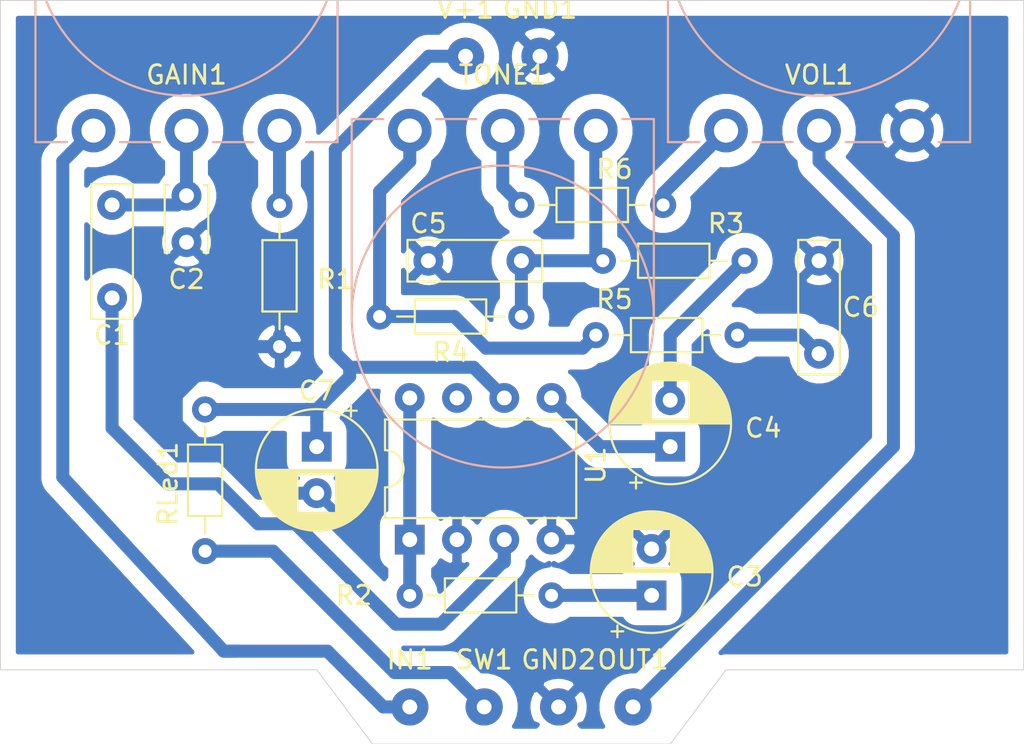
<source format=kicad_pcb>
(kicad_pcb (version 20171130) (host pcbnew "(5.1.5-0-10_14)")

  (general
    (thickness 1.6)
    (drawings 10)
    (tracks 77)
    (zones 0)
    (modules 24)
    (nets 19)
  )

  (page A4)
  (layers
    (0 F.Cu signal hide)
    (31 B.Cu signal hide)
    (32 B.Adhes user hide)
    (33 F.Adhes user)
    (34 B.Paste user hide)
    (35 F.Paste user)
    (36 B.SilkS user hide)
    (37 F.SilkS user)
    (38 B.Mask user hide)
    (39 F.Mask user)
    (40 Dwgs.User user)
    (41 Cmts.User user)
    (42 Eco1.User user)
    (43 Eco2.User user)
    (44 Edge.Cuts user)
    (45 Margin user)
    (46 B.CrtYd user hide)
    (47 F.CrtYd user hide)
    (48 B.Fab user hide)
    (49 F.Fab user hide)
  )

  (setup
    (last_trace_width 0.7)
    (trace_clearance 0.5)
    (zone_clearance 0.8)
    (zone_45_only no)
    (trace_min 0.2)
    (via_size 0.8)
    (via_drill 0.4)
    (via_min_size 0.4)
    (via_min_drill 0.3)
    (uvia_size 0.3)
    (uvia_drill 0.1)
    (uvias_allowed no)
    (uvia_min_size 0.2)
    (uvia_min_drill 0.1)
    (edge_width 0.05)
    (segment_width 0.2)
    (pcb_text_width 0.3)
    (pcb_text_size 1.5 1.5)
    (mod_edge_width 0.12)
    (mod_text_size 1 1)
    (mod_text_width 0.15)
    (pad_size 1.524 1.524)
    (pad_drill 0.762)
    (pad_to_mask_clearance 0.051)
    (solder_mask_min_width 0.25)
    (aux_axis_origin 0 0)
    (visible_elements FFFFFF7F)
    (pcbplotparams
      (layerselection 0x010fc_ffffffff)
      (usegerberextensions false)
      (usegerberattributes false)
      (usegerberadvancedattributes false)
      (creategerberjobfile false)
      (excludeedgelayer true)
      (linewidth 0.100000)
      (plotframeref false)
      (viasonmask false)
      (mode 1)
      (useauxorigin false)
      (hpglpennumber 1)
      (hpglpenspeed 20)
      (hpglpendiameter 15.000000)
      (psnegative false)
      (psa4output false)
      (plotreference true)
      (plotvalue true)
      (plotinvisibletext false)
      (padsonsilk false)
      (subtractmaskfromsilk false)
      (outputformat 1)
      (mirror false)
      (drillshape 1)
      (scaleselection 1)
      (outputdirectory ""))
  )

  (net 0 "")
  (net 1 "Net-(C1-Pad2)")
  (net 2 GND)
  (net 3 "Net-(C2-Pad2)")
  (net 4 "Net-(C3-Pad1)")
  (net 5 "Net-(C4-Pad2)")
  (net 6 "Net-(C4-Pad1)")
  (net 7 "Net-(C5-Pad2)")
  (net 8 "Net-(C6-Pad2)")
  (net 9 "Net-(C7-Pad1)")
  (net 10 "Net-(GAIN1-Pad1)")
  (net 11 "Net-(GAIN1-Pad3)")
  (net 12 "Net-(OUT1-Pad1)")
  (net 13 "Net-(R2-Pad1)")
  (net 14 "Net-(R4-Pad2)")
  (net 15 "Net-(R6-Pad2)")
  (net 16 "Net-(R6-Pad1)")
  (net 17 "Net-(U1-Pad7)")
  (net 18 "Net-(RLed1-Pad2)")

  (net_class Default "This is the default net class."
    (clearance 0.5)
    (trace_width 0.7)
    (via_dia 0.8)
    (via_drill 0.4)
    (uvia_dia 0.3)
    (uvia_drill 0.1)
    (diff_pair_width 0.8)
    (diff_pair_gap 0.25)
    (add_net GND)
    (add_net "Net-(C1-Pad2)")
    (add_net "Net-(C2-Pad2)")
    (add_net "Net-(C3-Pad1)")
    (add_net "Net-(C4-Pad1)")
    (add_net "Net-(C4-Pad2)")
    (add_net "Net-(C5-Pad2)")
    (add_net "Net-(C6-Pad2)")
    (add_net "Net-(C7-Pad1)")
    (add_net "Net-(GAIN1-Pad1)")
    (add_net "Net-(GAIN1-Pad3)")
    (add_net "Net-(OUT1-Pad1)")
    (add_net "Net-(R2-Pad1)")
    (add_net "Net-(R4-Pad2)")
    (add_net "Net-(R6-Pad1)")
    (add_net "Net-(R6-Pad2)")
    (add_net "Net-(RLed1-Pad2)")
    (add_net "Net-(U1-Pad7)")
  )

  (module Potentiometer_THT:Potentiometer_Piher_T-16L_Single_Vertical_Hole_MOD (layer F.Cu) (tedit 5E68F88B) (tstamp 5E6902A9)
    (at 156 99 90)
    (descr "Potentiometer, vertical, shaft hole, Piher T-16L Single, http://www.piher-nacesa.com/pdf/22-T16v03.pdf")
    (tags "Potentiometer vertical hole Piher T-16L Single")
    (path /5E5CD33E)
    (fp_text reference VOL1 (at 3 -5 180) (layer F.SilkS)
      (effects (font (size 1 1) (thickness 0.15)))
    )
    (fp_text value A100k (at 8.415 4.25 90) (layer F.Fab)
      (effects (font (size 1 1) (thickness 0.15)))
    )
    (fp_text user %R (at 0.5 -5 180) (layer F.Fab)
      (effects (font (size 1 1) (thickness 0.15)))
    )
    (fp_line (start 18.25 -13.25) (end -1.45 -13.25) (layer F.CrtYd) (width 0.05))
    (fp_line (start 18.25 3.25) (end 18.25 -13.25) (layer F.CrtYd) (width 0.05))
    (fp_line (start -1.45 3.25) (end 18.25 3.25) (layer F.CrtYd) (width 0.05))
    (fp_line (start -1.45 -13.25) (end -1.45 3.25) (layer F.CrtYd) (width 0.05))
    (fp_line (start -0.62 3.12) (end 10 3.12) (layer B.SilkS) (width 0.12))
    (fp_line (start -0.62 1.425) (end -0.62 3.12) (layer B.SilkS) (width 0.12))
    (fp_line (start -0.62 -3.575) (end -0.62 -1.425) (layer B.SilkS) (width 0.12))
    (fp_line (start -0.62 -8.574) (end -0.62 -6.425) (layer B.SilkS) (width 0.12))
    (fp_line (start -0.62 -13.12) (end -0.62 -11.426) (layer B.SilkS) (width 0.12))
    (fp_line (start -0.62 -13.12) (end 10 -13.12) (layer B.SilkS) (width 0.12))
    (fp_line (start -0.5 3) (end 10 3) (layer F.Fab) (width 0.1))
    (fp_line (start -0.5 -13) (end -0.5 3) (layer F.Fab) (width 0.1))
    (fp_line (start 10 -13) (end -0.5 -13) (layer F.Fab) (width 0.1))
    (fp_circle (center 10 -5) (end 18.12 -5) (layer B.SilkS) (width 0.12))
    (fp_circle (center 10 -5) (end 18 -5) (layer F.Fab) (width 0.1))
    (pad 1 thru_hole circle (at 0 0 90) (size 2.34 2.34) (drill 1.3) (layers *.Cu *.Mask)
      (net 2 GND))
    (pad 2 thru_hole circle (at 0 -5 90) (size 2.34 2.34) (drill 1.3) (layers *.Cu *.Mask)
      (net 12 "Net-(OUT1-Pad1)"))
    (pad 3 thru_hole circle (at 0 -10 90) (size 2.34 2.34) (drill 1.3) (layers *.Cu *.Mask)
      (net 15 "Net-(R6-Pad2)"))
    (model ${KISYS3DMOD}/Potentiometer_THT.3dshapes/Potentiometer_Piher_T-16L_Single_Vertical_Hole.wrl
      (at (xyz 0 0 0))
      (scale (xyz 1 1 1))
      (rotate (xyz 0 0 0))
    )
  )

  (module Potentiometer_THT:Potentiometer_Piher_T-16L_Single_Vertical_Hole_MOD (layer F.Cu) (tedit 5E68F88B) (tstamp 5E69026C)
    (at 129 99 270)
    (descr "Potentiometer, vertical, shaft hole, Piher T-16L Single, http://www.piher-nacesa.com/pdf/22-T16v03.pdf")
    (tags "Potentiometer vertical hole Piher T-16L Single")
    (path /5E5CB122)
    (fp_text reference TONE1 (at -3 -5 180) (layer F.SilkS)
      (effects (font (size 1 1) (thickness 0.15)))
    )
    (fp_text value B50k (at 8.415 4.25 90) (layer F.Fab)
      (effects (font (size 1 1) (thickness 0.15)))
    )
    (fp_text user %R (at 0.5 -5) (layer F.Fab)
      (effects (font (size 1 1) (thickness 0.15)))
    )
    (fp_line (start 18.25 -13.25) (end -1.45 -13.25) (layer F.CrtYd) (width 0.05))
    (fp_line (start 18.25 3.25) (end 18.25 -13.25) (layer F.CrtYd) (width 0.05))
    (fp_line (start -1.45 3.25) (end 18.25 3.25) (layer F.CrtYd) (width 0.05))
    (fp_line (start -1.45 -13.25) (end -1.45 3.25) (layer F.CrtYd) (width 0.05))
    (fp_line (start -0.62 3.12) (end 10 3.12) (layer B.SilkS) (width 0.12))
    (fp_line (start -0.62 1.425) (end -0.62 3.12) (layer B.SilkS) (width 0.12))
    (fp_line (start -0.62 -3.575) (end -0.62 -1.425) (layer B.SilkS) (width 0.12))
    (fp_line (start -0.62 -8.574) (end -0.62 -6.425) (layer B.SilkS) (width 0.12))
    (fp_line (start -0.62 -13.12) (end -0.62 -11.426) (layer B.SilkS) (width 0.12))
    (fp_line (start -0.62 -13.12) (end 10 -13.12) (layer B.SilkS) (width 0.12))
    (fp_line (start -0.5 3) (end 10 3) (layer F.Fab) (width 0.1))
    (fp_line (start -0.5 -13) (end -0.5 3) (layer F.Fab) (width 0.1))
    (fp_line (start 10 -13) (end -0.5 -13) (layer F.Fab) (width 0.1))
    (fp_circle (center 10 -5) (end 18.12 -5) (layer B.SilkS) (width 0.12))
    (fp_circle (center 10 -5) (end 18 -5) (layer F.Fab) (width 0.1))
    (pad 1 thru_hole circle (at 0 0 270) (size 2.34 2.34) (drill 1.3) (layers *.Cu *.Mask)
      (net 14 "Net-(R4-Pad2)"))
    (pad 2 thru_hole circle (at 0 -5 270) (size 2.34 2.34) (drill 1.3) (layers *.Cu *.Mask)
      (net 16 "Net-(R6-Pad1)"))
    (pad 3 thru_hole circle (at 0 -10 270) (size 2.34 2.34) (drill 1.3) (layers *.Cu *.Mask)
      (net 7 "Net-(C5-Pad2)"))
    (model ${KISYS3DMOD}/Potentiometer_THT.3dshapes/Potentiometer_Piher_T-16L_Single_Vertical_Hole.wrl
      (at (xyz 0 0 0))
      (scale (xyz 1 1 1))
      (rotate (xyz 0 0 0))
    )
  )

  (module Potentiometer_THT:Potentiometer_Piher_T-16L_Single_Vertical_Hole_MOD (layer F.Cu) (tedit 5E68F88B) (tstamp 5E692114)
    (at 122 99 90)
    (descr "Potentiometer, vertical, shaft hole, Piher T-16L Single, http://www.piher-nacesa.com/pdf/22-T16v03.pdf")
    (tags "Potentiometer vertical hole Piher T-16L Single")
    (path /5E5BEFA9)
    (fp_text reference GAIN1 (at 3 -5 180) (layer F.SilkS)
      (effects (font (size 1 1) (thickness 0.15)))
    )
    (fp_text value A250k (at 8.415 4.25 90) (layer F.Fab)
      (effects (font (size 1 1) (thickness 0.15)))
    )
    (fp_text user %R (at 0.5 -5) (layer F.Fab)
      (effects (font (size 1 1) (thickness 0.15)))
    )
    (fp_line (start 18.25 -13.25) (end -1.45 -13.25) (layer F.CrtYd) (width 0.05))
    (fp_line (start 18.25 3.25) (end 18.25 -13.25) (layer F.CrtYd) (width 0.05))
    (fp_line (start -1.45 3.25) (end 18.25 3.25) (layer F.CrtYd) (width 0.05))
    (fp_line (start -1.45 -13.25) (end -1.45 3.25) (layer F.CrtYd) (width 0.05))
    (fp_line (start -0.62 3.12) (end 10 3.12) (layer B.SilkS) (width 0.12))
    (fp_line (start -0.62 1.425) (end -0.62 3.12) (layer B.SilkS) (width 0.12))
    (fp_line (start -0.62 -3.575) (end -0.62 -1.425) (layer B.SilkS) (width 0.12))
    (fp_line (start -0.62 -8.574) (end -0.62 -6.425) (layer B.SilkS) (width 0.12))
    (fp_line (start -0.62 -13.12) (end -0.62 -11.426) (layer B.SilkS) (width 0.12))
    (fp_line (start -0.62 -13.12) (end 10 -13.12) (layer B.SilkS) (width 0.12))
    (fp_line (start -0.5 3) (end 10 3) (layer F.Fab) (width 0.1))
    (fp_line (start -0.5 -13) (end -0.5 3) (layer F.Fab) (width 0.1))
    (fp_line (start 10 -13) (end -0.5 -13) (layer F.Fab) (width 0.1))
    (fp_circle (center 10 -5) (end 18.12 -5) (layer B.SilkS) (width 0.12))
    (fp_circle (center 10 -5) (end 18 -5) (layer F.Fab) (width 0.1))
    (pad 1 thru_hole circle (at 0 0 90) (size 2.34 2.34) (drill 1.3) (layers *.Cu *.Mask)
      (net 10 "Net-(GAIN1-Pad1)"))
    (pad 2 thru_hole circle (at 0 -5 90) (size 2.34 2.34) (drill 1.3) (layers *.Cu *.Mask)
      (net 1 "Net-(C1-Pad2)"))
    (pad 3 thru_hole circle (at 0 -10 90) (size 2.34 2.34) (drill 1.3) (layers *.Cu *.Mask)
      (net 11 "Net-(GAIN1-Pad3)"))
    (model ${KISYS3DMOD}/Potentiometer_THT.3dshapes/Potentiometer_Piher_T-16L_Single_Vertical_Hole.wrl
      (at (xyz 0 0 0))
      (scale (xyz 1 1 1))
      (rotate (xyz 0 0 0))
    )
  )

  (module Connector_Wire:SolderWirePad_1x01_Drill0.8mm (layer F.Cu) (tedit 5A2676A0) (tstamp 5E690292)
    (at 132 95)
    (descr "Wire solder connection")
    (tags connector)
    (path /5E5DB29B)
    (attr virtual)
    (fp_text reference V+1 (at 0 -2.54) (layer F.SilkS)
      (effects (font (size 1 1) (thickness 0.15)))
    )
    (fp_text value MountingHole_Pad (at 0 2.54) (layer F.Fab)
      (effects (font (size 1 1) (thickness 0.15)))
    )
    (fp_line (start 1.5 1.5) (end -1.5 1.5) (layer F.CrtYd) (width 0.05))
    (fp_line (start 1.5 1.5) (end 1.5 -1.5) (layer F.CrtYd) (width 0.05))
    (fp_line (start -1.5 -1.5) (end -1.5 1.5) (layer F.CrtYd) (width 0.05))
    (fp_line (start -1.5 -1.5) (end 1.5 -1.5) (layer F.CrtYd) (width 0.05))
    (fp_text user %R (at 0 0) (layer F.Fab)
      (effects (font (size 1 1) (thickness 0.15)))
    )
    (pad 1 thru_hole circle (at 0 0) (size 1.99898 1.99898) (drill 0.8001) (layers *.Cu *.Mask)
      (net 9 "Net-(C7-Pad1)"))
  )

  (module Package_DIP:DIP-8_W7.62mm (layer F.Cu) (tedit 5A02E8C5) (tstamp 5E690288)
    (at 129 121 90)
    (descr "8-lead though-hole mounted DIP package, row spacing 7.62 mm (300 mils)")
    (tags "THT DIP DIL PDIP 2.54mm 7.62mm 300mil")
    (path /5E5BE70C)
    (fp_text reference U1 (at 4 10 90) (layer F.SilkS)
      (effects (font (size 1 1) (thickness 0.15)))
    )
    (fp_text value LM386 (at 3.81 9.95 90) (layer F.Fab)
      (effects (font (size 1 1) (thickness 0.15)))
    )
    (fp_text user %R (at 3.81 3.81 90) (layer F.Fab)
      (effects (font (size 1 1) (thickness 0.15)))
    )
    (fp_line (start 8.7 -1.55) (end -1.1 -1.55) (layer F.CrtYd) (width 0.05))
    (fp_line (start 8.7 9.15) (end 8.7 -1.55) (layer F.CrtYd) (width 0.05))
    (fp_line (start -1.1 9.15) (end 8.7 9.15) (layer F.CrtYd) (width 0.05))
    (fp_line (start -1.1 -1.55) (end -1.1 9.15) (layer F.CrtYd) (width 0.05))
    (fp_line (start 6.46 -1.33) (end 4.81 -1.33) (layer F.SilkS) (width 0.12))
    (fp_line (start 6.46 8.95) (end 6.46 -1.33) (layer F.SilkS) (width 0.12))
    (fp_line (start 1.16 8.95) (end 6.46 8.95) (layer F.SilkS) (width 0.12))
    (fp_line (start 1.16 -1.33) (end 1.16 8.95) (layer F.SilkS) (width 0.12))
    (fp_line (start 2.81 -1.33) (end 1.16 -1.33) (layer F.SilkS) (width 0.12))
    (fp_line (start 0.635 -0.27) (end 1.635 -1.27) (layer F.Fab) (width 0.1))
    (fp_line (start 0.635 8.89) (end 0.635 -0.27) (layer F.Fab) (width 0.1))
    (fp_line (start 6.985 8.89) (end 0.635 8.89) (layer F.Fab) (width 0.1))
    (fp_line (start 6.985 -1.27) (end 6.985 8.89) (layer F.Fab) (width 0.1))
    (fp_line (start 1.635 -1.27) (end 6.985 -1.27) (layer F.Fab) (width 0.1))
    (fp_arc (start 3.81 -1.33) (end 2.81 -1.33) (angle -180) (layer F.SilkS) (width 0.12))
    (pad 8 thru_hole oval (at 7.62 0 90) (size 1.6 1.6) (drill 0.8) (layers *.Cu *.Mask)
      (net 13 "Net-(R2-Pad1)"))
    (pad 4 thru_hole oval (at 0 7.62 90) (size 1.6 1.6) (drill 0.8) (layers *.Cu *.Mask)
      (net 2 GND))
    (pad 7 thru_hole oval (at 7.62 2.54 90) (size 1.6 1.6) (drill 0.8) (layers *.Cu *.Mask)
      (net 17 "Net-(U1-Pad7)"))
    (pad 3 thru_hole oval (at 0 5.08 90) (size 1.6 1.6) (drill 0.8) (layers *.Cu *.Mask)
      (net 3 "Net-(C2-Pad2)"))
    (pad 6 thru_hole oval (at 7.62 5.08 90) (size 1.6 1.6) (drill 0.8) (layers *.Cu *.Mask)
      (net 9 "Net-(C7-Pad1)"))
    (pad 2 thru_hole oval (at 0 2.54 90) (size 1.6 1.6) (drill 0.8) (layers *.Cu *.Mask)
      (net 2 GND))
    (pad 5 thru_hole oval (at 7.62 7.62 90) (size 1.6 1.6) (drill 0.8) (layers *.Cu *.Mask)
      (net 6 "Net-(C4-Pad1)"))
    (pad 1 thru_hole rect (at 0 0 90) (size 1.6 1.6) (drill 0.8) (layers *.Cu *.Mask)
      (net 13 "Net-(R2-Pad1)"))
    (model ${KISYS3DMOD}/Package_DIP.3dshapes/DIP-8_W7.62mm.wrl
      (at (xyz 0 0 0))
      (scale (xyz 1 1 1))
      (rotate (xyz 0 0 0))
    )
  )

  (module Connector_Wire:SolderWirePad_1x01_Drill0.8mm (layer F.Cu) (tedit 5A2676A0) (tstamp 5E690255)
    (at 133 130)
    (descr "Wire solder connection")
    (tags connector)
    (path /5E5DC280)
    (attr virtual)
    (fp_text reference SW1 (at 0 -2.54) (layer F.SilkS)
      (effects (font (size 1 1) (thickness 0.15)))
    )
    (fp_text value MountingHole_Pad (at 0 2.54) (layer F.Fab)
      (effects (font (size 1 1) (thickness 0.15)))
    )
    (fp_line (start 1.5 1.5) (end -1.5 1.5) (layer F.CrtYd) (width 0.05))
    (fp_line (start 1.5 1.5) (end 1.5 -1.5) (layer F.CrtYd) (width 0.05))
    (fp_line (start -1.5 -1.5) (end -1.5 1.5) (layer F.CrtYd) (width 0.05))
    (fp_line (start -1.5 -1.5) (end 1.5 -1.5) (layer F.CrtYd) (width 0.05))
    (fp_text user %R (at 0 0) (layer F.Fab)
      (effects (font (size 1 1) (thickness 0.15)))
    )
    (pad 1 thru_hole circle (at 0 0) (size 1.99898 1.99898) (drill 0.8001) (layers *.Cu *.Mask)
      (net 18 "Net-(RLed1-Pad2)"))
  )

  (module Resistor_THT:R_Axial_DIN0204_L3.6mm_D1.6mm_P7.62mm_Horizontal (layer F.Cu) (tedit 5AE5139B) (tstamp 5E69024B)
    (at 118 114 270)
    (descr "Resistor, Axial_DIN0204 series, Axial, Horizontal, pin pitch=7.62mm, 0.167W, length*diameter=3.6*1.6mm^2, http://cdn-reichelt.de/documents/datenblatt/B400/1_4W%23YAG.pdf")
    (tags "Resistor Axial_DIN0204 series Axial Horizontal pin pitch 7.62mm 0.167W length 3.6mm diameter 1.6mm")
    (path /5E5E76F2)
    (fp_text reference RLed1 (at 4 2 270) (layer F.SilkS)
      (effects (font (size 1 1) (thickness 0.15)))
    )
    (fp_text value R (at 3.81 1.92 90) (layer F.Fab)
      (effects (font (size 1 1) (thickness 0.15)))
    )
    (fp_text user %R (at 3.81 0 90) (layer F.Fab)
      (effects (font (size 0.72 0.72) (thickness 0.108)))
    )
    (fp_line (start 8.57 -1.05) (end -0.95 -1.05) (layer F.CrtYd) (width 0.05))
    (fp_line (start 8.57 1.05) (end 8.57 -1.05) (layer F.CrtYd) (width 0.05))
    (fp_line (start -0.95 1.05) (end 8.57 1.05) (layer F.CrtYd) (width 0.05))
    (fp_line (start -0.95 -1.05) (end -0.95 1.05) (layer F.CrtYd) (width 0.05))
    (fp_line (start 6.68 0) (end 5.73 0) (layer F.SilkS) (width 0.12))
    (fp_line (start 0.94 0) (end 1.89 0) (layer F.SilkS) (width 0.12))
    (fp_line (start 5.73 -0.92) (end 1.89 -0.92) (layer F.SilkS) (width 0.12))
    (fp_line (start 5.73 0.92) (end 5.73 -0.92) (layer F.SilkS) (width 0.12))
    (fp_line (start 1.89 0.92) (end 5.73 0.92) (layer F.SilkS) (width 0.12))
    (fp_line (start 1.89 -0.92) (end 1.89 0.92) (layer F.SilkS) (width 0.12))
    (fp_line (start 7.62 0) (end 5.61 0) (layer F.Fab) (width 0.1))
    (fp_line (start 0 0) (end 2.01 0) (layer F.Fab) (width 0.1))
    (fp_line (start 5.61 -0.8) (end 2.01 -0.8) (layer F.Fab) (width 0.1))
    (fp_line (start 5.61 0.8) (end 5.61 -0.8) (layer F.Fab) (width 0.1))
    (fp_line (start 2.01 0.8) (end 5.61 0.8) (layer F.Fab) (width 0.1))
    (fp_line (start 2.01 -0.8) (end 2.01 0.8) (layer F.Fab) (width 0.1))
    (pad 2 thru_hole oval (at 7.62 0 270) (size 1.4 1.4) (drill 0.7) (layers *.Cu *.Mask)
      (net 18 "Net-(RLed1-Pad2)"))
    (pad 1 thru_hole circle (at 0 0 270) (size 1.4 1.4) (drill 0.7) (layers *.Cu *.Mask)
      (net 9 "Net-(C7-Pad1)"))
    (model ${KISYS3DMOD}/Resistor_THT.3dshapes/R_Axial_DIN0204_L3.6mm_D1.6mm_P7.62mm_Horizontal.wrl
      (at (xyz 0 0 0))
      (scale (xyz 1 1 1))
      (rotate (xyz 0 0 0))
    )
  )

  (module Resistor_THT:R_Axial_DIN0204_L3.6mm_D1.6mm_P7.62mm_Horizontal (layer F.Cu) (tedit 5AE5139B) (tstamp 5E690234)
    (at 135 103)
    (descr "Resistor, Axial_DIN0204 series, Axial, Horizontal, pin pitch=7.62mm, 0.167W, length*diameter=3.6*1.6mm^2, http://cdn-reichelt.de/documents/datenblatt/B400/1_4W%23YAG.pdf")
    (tags "Resistor Axial_DIN0204 series Axial Horizontal pin pitch 7.62mm 0.167W length 3.6mm diameter 1.6mm")
    (path /5E5CCBE8)
    (fp_text reference R6 (at 5 -1.92) (layer F.SilkS)
      (effects (font (size 1 1) (thickness 0.15)))
    )
    (fp_text value 330R (at 3.81 1.92) (layer F.Fab)
      (effects (font (size 1 1) (thickness 0.15)))
    )
    (fp_text user %R (at 3.81 0) (layer F.Fab)
      (effects (font (size 0.72 0.72) (thickness 0.108)))
    )
    (fp_line (start 8.57 -1.05) (end -0.95 -1.05) (layer F.CrtYd) (width 0.05))
    (fp_line (start 8.57 1.05) (end 8.57 -1.05) (layer F.CrtYd) (width 0.05))
    (fp_line (start -0.95 1.05) (end 8.57 1.05) (layer F.CrtYd) (width 0.05))
    (fp_line (start -0.95 -1.05) (end -0.95 1.05) (layer F.CrtYd) (width 0.05))
    (fp_line (start 6.68 0) (end 5.73 0) (layer F.SilkS) (width 0.12))
    (fp_line (start 0.94 0) (end 1.89 0) (layer F.SilkS) (width 0.12))
    (fp_line (start 5.73 -0.92) (end 1.89 -0.92) (layer F.SilkS) (width 0.12))
    (fp_line (start 5.73 0.92) (end 5.73 -0.92) (layer F.SilkS) (width 0.12))
    (fp_line (start 1.89 0.92) (end 5.73 0.92) (layer F.SilkS) (width 0.12))
    (fp_line (start 1.89 -0.92) (end 1.89 0.92) (layer F.SilkS) (width 0.12))
    (fp_line (start 7.62 0) (end 5.61 0) (layer F.Fab) (width 0.1))
    (fp_line (start 0 0) (end 2.01 0) (layer F.Fab) (width 0.1))
    (fp_line (start 5.61 -0.8) (end 2.01 -0.8) (layer F.Fab) (width 0.1))
    (fp_line (start 5.61 0.8) (end 5.61 -0.8) (layer F.Fab) (width 0.1))
    (fp_line (start 2.01 0.8) (end 5.61 0.8) (layer F.Fab) (width 0.1))
    (fp_line (start 2.01 -0.8) (end 2.01 0.8) (layer F.Fab) (width 0.1))
    (pad 2 thru_hole oval (at 7.62 0) (size 1.4 1.4) (drill 0.7) (layers *.Cu *.Mask)
      (net 15 "Net-(R6-Pad2)"))
    (pad 1 thru_hole circle (at 0 0) (size 1.4 1.4) (drill 0.7) (layers *.Cu *.Mask)
      (net 16 "Net-(R6-Pad1)"))
    (model ${KISYS3DMOD}/Resistor_THT.3dshapes/R_Axial_DIN0204_L3.6mm_D1.6mm_P7.62mm_Horizontal.wrl
      (at (xyz 0 0 0))
      (scale (xyz 1 1 1))
      (rotate (xyz 0 0 0))
    )
  )

  (module Resistor_THT:R_Axial_DIN0204_L3.6mm_D1.6mm_P7.62mm_Horizontal (layer F.Cu) (tedit 5AE5139B) (tstamp 5E69021D)
    (at 139 110)
    (descr "Resistor, Axial_DIN0204 series, Axial, Horizontal, pin pitch=7.62mm, 0.167W, length*diameter=3.6*1.6mm^2, http://cdn-reichelt.de/documents/datenblatt/B400/1_4W%23YAG.pdf")
    (tags "Resistor Axial_DIN0204 series Axial Horizontal pin pitch 7.62mm 0.167W length 3.6mm diameter 1.6mm")
    (path /5E5CBCA3)
    (fp_text reference R5 (at 1 -1.92) (layer F.SilkS)
      (effects (font (size 1 1) (thickness 0.15)))
    )
    (fp_text value 1k8 (at 3.81 1.92) (layer F.Fab)
      (effects (font (size 1 1) (thickness 0.15)))
    )
    (fp_text user %R (at 3.81 0) (layer F.Fab)
      (effects (font (size 0.72 0.72) (thickness 0.108)))
    )
    (fp_line (start 8.57 -1.05) (end -0.95 -1.05) (layer F.CrtYd) (width 0.05))
    (fp_line (start 8.57 1.05) (end 8.57 -1.05) (layer F.CrtYd) (width 0.05))
    (fp_line (start -0.95 1.05) (end 8.57 1.05) (layer F.CrtYd) (width 0.05))
    (fp_line (start -0.95 -1.05) (end -0.95 1.05) (layer F.CrtYd) (width 0.05))
    (fp_line (start 6.68 0) (end 5.73 0) (layer F.SilkS) (width 0.12))
    (fp_line (start 0.94 0) (end 1.89 0) (layer F.SilkS) (width 0.12))
    (fp_line (start 5.73 -0.92) (end 1.89 -0.92) (layer F.SilkS) (width 0.12))
    (fp_line (start 5.73 0.92) (end 5.73 -0.92) (layer F.SilkS) (width 0.12))
    (fp_line (start 1.89 0.92) (end 5.73 0.92) (layer F.SilkS) (width 0.12))
    (fp_line (start 1.89 -0.92) (end 1.89 0.92) (layer F.SilkS) (width 0.12))
    (fp_line (start 7.62 0) (end 5.61 0) (layer F.Fab) (width 0.1))
    (fp_line (start 0 0) (end 2.01 0) (layer F.Fab) (width 0.1))
    (fp_line (start 5.61 -0.8) (end 2.01 -0.8) (layer F.Fab) (width 0.1))
    (fp_line (start 5.61 0.8) (end 5.61 -0.8) (layer F.Fab) (width 0.1))
    (fp_line (start 2.01 0.8) (end 5.61 0.8) (layer F.Fab) (width 0.1))
    (fp_line (start 2.01 -0.8) (end 2.01 0.8) (layer F.Fab) (width 0.1))
    (pad 2 thru_hole oval (at 7.62 0) (size 1.4 1.4) (drill 0.7) (layers *.Cu *.Mask)
      (net 8 "Net-(C6-Pad2)"))
    (pad 1 thru_hole circle (at 0 0) (size 1.4 1.4) (drill 0.7) (layers *.Cu *.Mask)
      (net 14 "Net-(R4-Pad2)"))
    (model ${KISYS3DMOD}/Resistor_THT.3dshapes/R_Axial_DIN0204_L3.6mm_D1.6mm_P7.62mm_Horizontal.wrl
      (at (xyz 0 0 0))
      (scale (xyz 1 1 1))
      (rotate (xyz 0 0 0))
    )
  )

  (module Resistor_THT:R_Axial_DIN0204_L3.6mm_D1.6mm_P7.62mm_Horizontal (layer F.Cu) (tedit 5AE5139B) (tstamp 5E69350F)
    (at 135 109 180)
    (descr "Resistor, Axial_DIN0204 series, Axial, Horizontal, pin pitch=7.62mm, 0.167W, length*diameter=3.6*1.6mm^2, http://cdn-reichelt.de/documents/datenblatt/B400/1_4W%23YAG.pdf")
    (tags "Resistor Axial_DIN0204 series Axial Horizontal pin pitch 7.62mm 0.167W length 3.6mm diameter 1.6mm")
    (path /5E5CA80A)
    (fp_text reference R4 (at 3.81 -1.92) (layer F.SilkS)
      (effects (font (size 1 1) (thickness 0.15)))
    )
    (fp_text value 4k7 (at 3.81 1.92) (layer F.Fab)
      (effects (font (size 1 1) (thickness 0.15)))
    )
    (fp_text user %R (at 3.81 0) (layer F.Fab)
      (effects (font (size 0.72 0.72) (thickness 0.108)))
    )
    (fp_line (start 8.57 -1.05) (end -0.95 -1.05) (layer F.CrtYd) (width 0.05))
    (fp_line (start 8.57 1.05) (end 8.57 -1.05) (layer F.CrtYd) (width 0.05))
    (fp_line (start -0.95 1.05) (end 8.57 1.05) (layer F.CrtYd) (width 0.05))
    (fp_line (start -0.95 -1.05) (end -0.95 1.05) (layer F.CrtYd) (width 0.05))
    (fp_line (start 6.68 0) (end 5.73 0) (layer F.SilkS) (width 0.12))
    (fp_line (start 0.94 0) (end 1.89 0) (layer F.SilkS) (width 0.12))
    (fp_line (start 5.73 -0.92) (end 1.89 -0.92) (layer F.SilkS) (width 0.12))
    (fp_line (start 5.73 0.92) (end 5.73 -0.92) (layer F.SilkS) (width 0.12))
    (fp_line (start 1.89 0.92) (end 5.73 0.92) (layer F.SilkS) (width 0.12))
    (fp_line (start 1.89 -0.92) (end 1.89 0.92) (layer F.SilkS) (width 0.12))
    (fp_line (start 7.62 0) (end 5.61 0) (layer F.Fab) (width 0.1))
    (fp_line (start 0 0) (end 2.01 0) (layer F.Fab) (width 0.1))
    (fp_line (start 5.61 -0.8) (end 2.01 -0.8) (layer F.Fab) (width 0.1))
    (fp_line (start 5.61 0.8) (end 5.61 -0.8) (layer F.Fab) (width 0.1))
    (fp_line (start 2.01 0.8) (end 5.61 0.8) (layer F.Fab) (width 0.1))
    (fp_line (start 2.01 -0.8) (end 2.01 0.8) (layer F.Fab) (width 0.1))
    (pad 2 thru_hole oval (at 7.62 0 180) (size 1.4 1.4) (drill 0.7) (layers *.Cu *.Mask)
      (net 14 "Net-(R4-Pad2)"))
    (pad 1 thru_hole circle (at 0 0 180) (size 1.4 1.4) (drill 0.7) (layers *.Cu *.Mask)
      (net 7 "Net-(C5-Pad2)"))
    (model ${KISYS3DMOD}/Resistor_THT.3dshapes/R_Axial_DIN0204_L3.6mm_D1.6mm_P7.62mm_Horizontal.wrl
      (at (xyz 0 0 0))
      (scale (xyz 1 1 1))
      (rotate (xyz 0 0 0))
    )
  )

  (module Resistor_THT:R_Axial_DIN0204_L3.6mm_D1.6mm_P7.62mm_Horizontal (layer F.Cu) (tedit 5AE5139B) (tstamp 5E6901EF)
    (at 147 106 180)
    (descr "Resistor, Axial_DIN0204 series, Axial, Horizontal, pin pitch=7.62mm, 0.167W, length*diameter=3.6*1.6mm^2, http://cdn-reichelt.de/documents/datenblatt/B400/1_4W%23YAG.pdf")
    (tags "Resistor Axial_DIN0204 series Axial Horizontal pin pitch 7.62mm 0.167W length 3.6mm diameter 1.6mm")
    (path /5E5C9BA5)
    (fp_text reference R3 (at 1 2) (layer F.SilkS)
      (effects (font (size 1 1) (thickness 0.15)))
    )
    (fp_text value 4k7 (at 3.81 1.92) (layer F.Fab)
      (effects (font (size 1 1) (thickness 0.15)))
    )
    (fp_text user %R (at 3.81 0) (layer F.Fab)
      (effects (font (size 0.72 0.72) (thickness 0.108)))
    )
    (fp_line (start 8.57 -1.05) (end -0.95 -1.05) (layer F.CrtYd) (width 0.05))
    (fp_line (start 8.57 1.05) (end 8.57 -1.05) (layer F.CrtYd) (width 0.05))
    (fp_line (start -0.95 1.05) (end 8.57 1.05) (layer F.CrtYd) (width 0.05))
    (fp_line (start -0.95 -1.05) (end -0.95 1.05) (layer F.CrtYd) (width 0.05))
    (fp_line (start 6.68 0) (end 5.73 0) (layer F.SilkS) (width 0.12))
    (fp_line (start 0.94 0) (end 1.89 0) (layer F.SilkS) (width 0.12))
    (fp_line (start 5.73 -0.92) (end 1.89 -0.92) (layer F.SilkS) (width 0.12))
    (fp_line (start 5.73 0.92) (end 5.73 -0.92) (layer F.SilkS) (width 0.12))
    (fp_line (start 1.89 0.92) (end 5.73 0.92) (layer F.SilkS) (width 0.12))
    (fp_line (start 1.89 -0.92) (end 1.89 0.92) (layer F.SilkS) (width 0.12))
    (fp_line (start 7.62 0) (end 5.61 0) (layer F.Fab) (width 0.1))
    (fp_line (start 0 0) (end 2.01 0) (layer F.Fab) (width 0.1))
    (fp_line (start 5.61 -0.8) (end 2.01 -0.8) (layer F.Fab) (width 0.1))
    (fp_line (start 5.61 0.8) (end 5.61 -0.8) (layer F.Fab) (width 0.1))
    (fp_line (start 2.01 0.8) (end 5.61 0.8) (layer F.Fab) (width 0.1))
    (fp_line (start 2.01 -0.8) (end 2.01 0.8) (layer F.Fab) (width 0.1))
    (pad 2 thru_hole oval (at 7.62 0 180) (size 1.4 1.4) (drill 0.7) (layers *.Cu *.Mask)
      (net 7 "Net-(C5-Pad2)"))
    (pad 1 thru_hole circle (at 0 0 180) (size 1.4 1.4) (drill 0.7) (layers *.Cu *.Mask)
      (net 5 "Net-(C4-Pad2)"))
    (model ${KISYS3DMOD}/Resistor_THT.3dshapes/R_Axial_DIN0204_L3.6mm_D1.6mm_P7.62mm_Horizontal.wrl
      (at (xyz 0 0 0))
      (scale (xyz 1 1 1))
      (rotate (xyz 0 0 0))
    )
  )

  (module Resistor_THT:R_Axial_DIN0204_L3.6mm_D1.6mm_P7.62mm_Horizontal (layer F.Cu) (tedit 5AE5139B) (tstamp 5E6901D8)
    (at 129 124)
    (descr "Resistor, Axial_DIN0204 series, Axial, Horizontal, pin pitch=7.62mm, 0.167W, length*diameter=3.6*1.6mm^2, http://cdn-reichelt.de/documents/datenblatt/B400/1_4W%23YAG.pdf")
    (tags "Resistor Axial_DIN0204 series Axial Horizontal pin pitch 7.62mm 0.167W length 3.6mm diameter 1.6mm")
    (path /5E5C6DE5)
    (fp_text reference R2 (at -3 0) (layer F.SilkS)
      (effects (font (size 1 1) (thickness 0.15)))
    )
    (fp_text value 47R (at 3.81 1.92) (layer F.Fab)
      (effects (font (size 1 1) (thickness 0.15)))
    )
    (fp_text user %R (at 3.81 0) (layer F.Fab)
      (effects (font (size 0.72 0.72) (thickness 0.108)))
    )
    (fp_line (start 8.57 -1.05) (end -0.95 -1.05) (layer F.CrtYd) (width 0.05))
    (fp_line (start 8.57 1.05) (end 8.57 -1.05) (layer F.CrtYd) (width 0.05))
    (fp_line (start -0.95 1.05) (end 8.57 1.05) (layer F.CrtYd) (width 0.05))
    (fp_line (start -0.95 -1.05) (end -0.95 1.05) (layer F.CrtYd) (width 0.05))
    (fp_line (start 6.68 0) (end 5.73 0) (layer F.SilkS) (width 0.12))
    (fp_line (start 0.94 0) (end 1.89 0) (layer F.SilkS) (width 0.12))
    (fp_line (start 5.73 -0.92) (end 1.89 -0.92) (layer F.SilkS) (width 0.12))
    (fp_line (start 5.73 0.92) (end 5.73 -0.92) (layer F.SilkS) (width 0.12))
    (fp_line (start 1.89 0.92) (end 5.73 0.92) (layer F.SilkS) (width 0.12))
    (fp_line (start 1.89 -0.92) (end 1.89 0.92) (layer F.SilkS) (width 0.12))
    (fp_line (start 7.62 0) (end 5.61 0) (layer F.Fab) (width 0.1))
    (fp_line (start 0 0) (end 2.01 0) (layer F.Fab) (width 0.1))
    (fp_line (start 5.61 -0.8) (end 2.01 -0.8) (layer F.Fab) (width 0.1))
    (fp_line (start 5.61 0.8) (end 5.61 -0.8) (layer F.Fab) (width 0.1))
    (fp_line (start 2.01 0.8) (end 5.61 0.8) (layer F.Fab) (width 0.1))
    (fp_line (start 2.01 -0.8) (end 2.01 0.8) (layer F.Fab) (width 0.1))
    (pad 2 thru_hole oval (at 7.62 0) (size 1.4 1.4) (drill 0.7) (layers *.Cu *.Mask)
      (net 4 "Net-(C3-Pad1)"))
    (pad 1 thru_hole circle (at 0 0) (size 1.4 1.4) (drill 0.7) (layers *.Cu *.Mask)
      (net 13 "Net-(R2-Pad1)"))
    (model ${KISYS3DMOD}/Resistor_THT.3dshapes/R_Axial_DIN0204_L3.6mm_D1.6mm_P7.62mm_Horizontal.wrl
      (at (xyz 0 0 0))
      (scale (xyz 1 1 1))
      (rotate (xyz 0 0 0))
    )
  )

  (module Resistor_THT:R_Axial_DIN0204_L3.6mm_D1.6mm_P7.62mm_Horizontal (layer F.Cu) (tedit 5AE5139B) (tstamp 5E6901C1)
    (at 122 103 270)
    (descr "Resistor, Axial_DIN0204 series, Axial, Horizontal, pin pitch=7.62mm, 0.167W, length*diameter=3.6*1.6mm^2, http://cdn-reichelt.de/documents/datenblatt/B400/1_4W%23YAG.pdf")
    (tags "Resistor Axial_DIN0204 series Axial Horizontal pin pitch 7.62mm 0.167W length 3.6mm diameter 1.6mm")
    (path /5E5BDA80)
    (fp_text reference R1 (at 4 -3 180) (layer F.SilkS)
      (effects (font (size 1 1) (thickness 0.15)))
    )
    (fp_text value 4k7 (at 3.81 1.92 90) (layer F.Fab)
      (effects (font (size 1 1) (thickness 0.15)))
    )
    (fp_text user %R (at 3.81 0 90) (layer F.Fab)
      (effects (font (size 0.72 0.72) (thickness 0.108)))
    )
    (fp_line (start 8.57 -1.05) (end -0.95 -1.05) (layer F.CrtYd) (width 0.05))
    (fp_line (start 8.57 1.05) (end 8.57 -1.05) (layer F.CrtYd) (width 0.05))
    (fp_line (start -0.95 1.05) (end 8.57 1.05) (layer F.CrtYd) (width 0.05))
    (fp_line (start -0.95 -1.05) (end -0.95 1.05) (layer F.CrtYd) (width 0.05))
    (fp_line (start 6.68 0) (end 5.73 0) (layer F.SilkS) (width 0.12))
    (fp_line (start 0.94 0) (end 1.89 0) (layer F.SilkS) (width 0.12))
    (fp_line (start 5.73 -0.92) (end 1.89 -0.92) (layer F.SilkS) (width 0.12))
    (fp_line (start 5.73 0.92) (end 5.73 -0.92) (layer F.SilkS) (width 0.12))
    (fp_line (start 1.89 0.92) (end 5.73 0.92) (layer F.SilkS) (width 0.12))
    (fp_line (start 1.89 -0.92) (end 1.89 0.92) (layer F.SilkS) (width 0.12))
    (fp_line (start 7.62 0) (end 5.61 0) (layer F.Fab) (width 0.1))
    (fp_line (start 0 0) (end 2.01 0) (layer F.Fab) (width 0.1))
    (fp_line (start 5.61 -0.8) (end 2.01 -0.8) (layer F.Fab) (width 0.1))
    (fp_line (start 5.61 0.8) (end 5.61 -0.8) (layer F.Fab) (width 0.1))
    (fp_line (start 2.01 0.8) (end 5.61 0.8) (layer F.Fab) (width 0.1))
    (fp_line (start 2.01 -0.8) (end 2.01 0.8) (layer F.Fab) (width 0.1))
    (pad 2 thru_hole oval (at 7.62 0 270) (size 1.4 1.4) (drill 0.7) (layers *.Cu *.Mask)
      (net 2 GND))
    (pad 1 thru_hole circle (at 0 0 270) (size 1.4 1.4) (drill 0.7) (layers *.Cu *.Mask)
      (net 10 "Net-(GAIN1-Pad1)"))
    (model ${KISYS3DMOD}/Resistor_THT.3dshapes/R_Axial_DIN0204_L3.6mm_D1.6mm_P7.62mm_Horizontal.wrl
      (at (xyz 0 0 0))
      (scale (xyz 1 1 1))
      (rotate (xyz 0 0 0))
    )
  )

  (module Connector_Wire:SolderWirePad_1x01_Drill0.8mm (layer F.Cu) (tedit 5A2676A0) (tstamp 5E6901AA)
    (at 141 130)
    (descr "Wire solder connection")
    (tags connector)
    (path /5E5DAC23)
    (attr virtual)
    (fp_text reference OUT1 (at 0 -2.54) (layer F.SilkS)
      (effects (font (size 1 1) (thickness 0.15)))
    )
    (fp_text value MountingHole_Pad (at 0 2.54) (layer F.Fab)
      (effects (font (size 1 1) (thickness 0.15)))
    )
    (fp_line (start 1.5 1.5) (end -1.5 1.5) (layer F.CrtYd) (width 0.05))
    (fp_line (start 1.5 1.5) (end 1.5 -1.5) (layer F.CrtYd) (width 0.05))
    (fp_line (start -1.5 -1.5) (end -1.5 1.5) (layer F.CrtYd) (width 0.05))
    (fp_line (start -1.5 -1.5) (end 1.5 -1.5) (layer F.CrtYd) (width 0.05))
    (fp_text user %R (at 0 0) (layer F.Fab)
      (effects (font (size 1 1) (thickness 0.15)))
    )
    (pad 1 thru_hole circle (at 0 0) (size 1.99898 1.99898) (drill 0.8001) (layers *.Cu *.Mask)
      (net 12 "Net-(OUT1-Pad1)"))
  )

  (module Connector_Wire:SolderWirePad_1x01_Drill0.8mm (layer F.Cu) (tedit 5A2676A0) (tstamp 5E6901A0)
    (at 129 130)
    (descr "Wire solder connection")
    (tags connector)
    (path /5E5C2141)
    (attr virtual)
    (fp_text reference IN1 (at 0 -2.54) (layer F.SilkS)
      (effects (font (size 1 1) (thickness 0.15)))
    )
    (fp_text value MountingHole_Pad (at 0 2.54) (layer F.Fab)
      (effects (font (size 1 1) (thickness 0.15)))
    )
    (fp_line (start 1.5 1.5) (end -1.5 1.5) (layer F.CrtYd) (width 0.05))
    (fp_line (start 1.5 1.5) (end 1.5 -1.5) (layer F.CrtYd) (width 0.05))
    (fp_line (start -1.5 -1.5) (end -1.5 1.5) (layer F.CrtYd) (width 0.05))
    (fp_line (start -1.5 -1.5) (end 1.5 -1.5) (layer F.CrtYd) (width 0.05))
    (fp_text user %R (at 0 0) (layer F.Fab)
      (effects (font (size 1 1) (thickness 0.15)))
    )
    (pad 1 thru_hole circle (at 0 0) (size 1.99898 1.99898) (drill 0.8001) (layers *.Cu *.Mask)
      (net 11 "Net-(GAIN1-Pad3)"))
  )

  (module Connector_Wire:SolderWirePad_1x01_Drill0.8mm (layer F.Cu) (tedit 5A2676A0) (tstamp 5E690196)
    (at 137 130)
    (descr "Wire solder connection")
    (tags connector)
    (path /5E5DD0B3)
    (attr virtual)
    (fp_text reference GND2 (at 0 -2.54) (layer F.SilkS)
      (effects (font (size 1 1) (thickness 0.15)))
    )
    (fp_text value MountingHole_Pad (at 0 2.54) (layer F.Fab)
      (effects (font (size 1 1) (thickness 0.15)))
    )
    (fp_line (start 1.5 1.5) (end -1.5 1.5) (layer F.CrtYd) (width 0.05))
    (fp_line (start 1.5 1.5) (end 1.5 -1.5) (layer F.CrtYd) (width 0.05))
    (fp_line (start -1.5 -1.5) (end -1.5 1.5) (layer F.CrtYd) (width 0.05))
    (fp_line (start -1.5 -1.5) (end 1.5 -1.5) (layer F.CrtYd) (width 0.05))
    (fp_text user %R (at 0 0) (layer F.Fab)
      (effects (font (size 1 1) (thickness 0.15)))
    )
    (pad 1 thru_hole circle (at 0 0) (size 1.99898 1.99898) (drill 0.8001) (layers *.Cu *.Mask)
      (net 2 GND))
  )

  (module Connector_Wire:SolderWirePad_1x01_Drill0.8mm (layer F.Cu) (tedit 5A2676A0) (tstamp 5E69018C)
    (at 136 95)
    (descr "Wire solder connection")
    (tags connector)
    (path /5E5DC8E5)
    (attr virtual)
    (fp_text reference GND1 (at 0 -2.54) (layer F.SilkS)
      (effects (font (size 1 1) (thickness 0.15)))
    )
    (fp_text value MountingHole_Pad (at 0 2.54) (layer F.Fab)
      (effects (font (size 1 1) (thickness 0.15)))
    )
    (fp_line (start 1.5 1.5) (end -1.5 1.5) (layer F.CrtYd) (width 0.05))
    (fp_line (start 1.5 1.5) (end 1.5 -1.5) (layer F.CrtYd) (width 0.05))
    (fp_line (start -1.5 -1.5) (end -1.5 1.5) (layer F.CrtYd) (width 0.05))
    (fp_line (start -1.5 -1.5) (end 1.5 -1.5) (layer F.CrtYd) (width 0.05))
    (fp_text user %R (at 0 0) (layer F.Fab)
      (effects (font (size 1 1) (thickness 0.15)))
    )
    (pad 1 thru_hole circle (at 0 0) (size 1.99898 1.99898) (drill 0.8001) (layers *.Cu *.Mask)
      (net 2 GND))
  )

  (module Capacitor_THT:CP_Radial_D6.3mm_P2.50mm (layer F.Cu) (tedit 5AE50EF0) (tstamp 5E69016B)
    (at 124 116 270)
    (descr "CP, Radial series, Radial, pin pitch=2.50mm, , diameter=6.3mm, Electrolytic Capacitor")
    (tags "CP Radial series Radial pin pitch 2.50mm  diameter 6.3mm Electrolytic Capacitor")
    (path /5E5E09B5)
    (fp_text reference C7 (at -3 0 180) (layer F.SilkS)
      (effects (font (size 1 1) (thickness 0.15)))
    )
    (fp_text value 47u (at 1.25 4.4 90) (layer F.Fab)
      (effects (font (size 1 1) (thickness 0.15)))
    )
    (fp_text user %R (at 1.25 0 90) (layer F.Fab)
      (effects (font (size 1 1) (thickness 0.15)))
    )
    (fp_line (start -1.935241 -2.154) (end -1.935241 -1.524) (layer F.SilkS) (width 0.12))
    (fp_line (start -2.250241 -1.839) (end -1.620241 -1.839) (layer F.SilkS) (width 0.12))
    (fp_line (start 4.491 -0.402) (end 4.491 0.402) (layer F.SilkS) (width 0.12))
    (fp_line (start 4.451 -0.633) (end 4.451 0.633) (layer F.SilkS) (width 0.12))
    (fp_line (start 4.411 -0.802) (end 4.411 0.802) (layer F.SilkS) (width 0.12))
    (fp_line (start 4.371 -0.94) (end 4.371 0.94) (layer F.SilkS) (width 0.12))
    (fp_line (start 4.331 -1.059) (end 4.331 1.059) (layer F.SilkS) (width 0.12))
    (fp_line (start 4.291 -1.165) (end 4.291 1.165) (layer F.SilkS) (width 0.12))
    (fp_line (start 4.251 -1.262) (end 4.251 1.262) (layer F.SilkS) (width 0.12))
    (fp_line (start 4.211 -1.35) (end 4.211 1.35) (layer F.SilkS) (width 0.12))
    (fp_line (start 4.171 -1.432) (end 4.171 1.432) (layer F.SilkS) (width 0.12))
    (fp_line (start 4.131 -1.509) (end 4.131 1.509) (layer F.SilkS) (width 0.12))
    (fp_line (start 4.091 -1.581) (end 4.091 1.581) (layer F.SilkS) (width 0.12))
    (fp_line (start 4.051 -1.65) (end 4.051 1.65) (layer F.SilkS) (width 0.12))
    (fp_line (start 4.011 -1.714) (end 4.011 1.714) (layer F.SilkS) (width 0.12))
    (fp_line (start 3.971 -1.776) (end 3.971 1.776) (layer F.SilkS) (width 0.12))
    (fp_line (start 3.931 -1.834) (end 3.931 1.834) (layer F.SilkS) (width 0.12))
    (fp_line (start 3.891 -1.89) (end 3.891 1.89) (layer F.SilkS) (width 0.12))
    (fp_line (start 3.851 -1.944) (end 3.851 1.944) (layer F.SilkS) (width 0.12))
    (fp_line (start 3.811 -1.995) (end 3.811 1.995) (layer F.SilkS) (width 0.12))
    (fp_line (start 3.771 -2.044) (end 3.771 2.044) (layer F.SilkS) (width 0.12))
    (fp_line (start 3.731 -2.092) (end 3.731 2.092) (layer F.SilkS) (width 0.12))
    (fp_line (start 3.691 -2.137) (end 3.691 2.137) (layer F.SilkS) (width 0.12))
    (fp_line (start 3.651 -2.182) (end 3.651 2.182) (layer F.SilkS) (width 0.12))
    (fp_line (start 3.611 -2.224) (end 3.611 2.224) (layer F.SilkS) (width 0.12))
    (fp_line (start 3.571 -2.265) (end 3.571 2.265) (layer F.SilkS) (width 0.12))
    (fp_line (start 3.531 1.04) (end 3.531 2.305) (layer F.SilkS) (width 0.12))
    (fp_line (start 3.531 -2.305) (end 3.531 -1.04) (layer F.SilkS) (width 0.12))
    (fp_line (start 3.491 1.04) (end 3.491 2.343) (layer F.SilkS) (width 0.12))
    (fp_line (start 3.491 -2.343) (end 3.491 -1.04) (layer F.SilkS) (width 0.12))
    (fp_line (start 3.451 1.04) (end 3.451 2.38) (layer F.SilkS) (width 0.12))
    (fp_line (start 3.451 -2.38) (end 3.451 -1.04) (layer F.SilkS) (width 0.12))
    (fp_line (start 3.411 1.04) (end 3.411 2.416) (layer F.SilkS) (width 0.12))
    (fp_line (start 3.411 -2.416) (end 3.411 -1.04) (layer F.SilkS) (width 0.12))
    (fp_line (start 3.371 1.04) (end 3.371 2.45) (layer F.SilkS) (width 0.12))
    (fp_line (start 3.371 -2.45) (end 3.371 -1.04) (layer F.SilkS) (width 0.12))
    (fp_line (start 3.331 1.04) (end 3.331 2.484) (layer F.SilkS) (width 0.12))
    (fp_line (start 3.331 -2.484) (end 3.331 -1.04) (layer F.SilkS) (width 0.12))
    (fp_line (start 3.291 1.04) (end 3.291 2.516) (layer F.SilkS) (width 0.12))
    (fp_line (start 3.291 -2.516) (end 3.291 -1.04) (layer F.SilkS) (width 0.12))
    (fp_line (start 3.251 1.04) (end 3.251 2.548) (layer F.SilkS) (width 0.12))
    (fp_line (start 3.251 -2.548) (end 3.251 -1.04) (layer F.SilkS) (width 0.12))
    (fp_line (start 3.211 1.04) (end 3.211 2.578) (layer F.SilkS) (width 0.12))
    (fp_line (start 3.211 -2.578) (end 3.211 -1.04) (layer F.SilkS) (width 0.12))
    (fp_line (start 3.171 1.04) (end 3.171 2.607) (layer F.SilkS) (width 0.12))
    (fp_line (start 3.171 -2.607) (end 3.171 -1.04) (layer F.SilkS) (width 0.12))
    (fp_line (start 3.131 1.04) (end 3.131 2.636) (layer F.SilkS) (width 0.12))
    (fp_line (start 3.131 -2.636) (end 3.131 -1.04) (layer F.SilkS) (width 0.12))
    (fp_line (start 3.091 1.04) (end 3.091 2.664) (layer F.SilkS) (width 0.12))
    (fp_line (start 3.091 -2.664) (end 3.091 -1.04) (layer F.SilkS) (width 0.12))
    (fp_line (start 3.051 1.04) (end 3.051 2.69) (layer F.SilkS) (width 0.12))
    (fp_line (start 3.051 -2.69) (end 3.051 -1.04) (layer F.SilkS) (width 0.12))
    (fp_line (start 3.011 1.04) (end 3.011 2.716) (layer F.SilkS) (width 0.12))
    (fp_line (start 3.011 -2.716) (end 3.011 -1.04) (layer F.SilkS) (width 0.12))
    (fp_line (start 2.971 1.04) (end 2.971 2.742) (layer F.SilkS) (width 0.12))
    (fp_line (start 2.971 -2.742) (end 2.971 -1.04) (layer F.SilkS) (width 0.12))
    (fp_line (start 2.931 1.04) (end 2.931 2.766) (layer F.SilkS) (width 0.12))
    (fp_line (start 2.931 -2.766) (end 2.931 -1.04) (layer F.SilkS) (width 0.12))
    (fp_line (start 2.891 1.04) (end 2.891 2.79) (layer F.SilkS) (width 0.12))
    (fp_line (start 2.891 -2.79) (end 2.891 -1.04) (layer F.SilkS) (width 0.12))
    (fp_line (start 2.851 1.04) (end 2.851 2.812) (layer F.SilkS) (width 0.12))
    (fp_line (start 2.851 -2.812) (end 2.851 -1.04) (layer F.SilkS) (width 0.12))
    (fp_line (start 2.811 1.04) (end 2.811 2.834) (layer F.SilkS) (width 0.12))
    (fp_line (start 2.811 -2.834) (end 2.811 -1.04) (layer F.SilkS) (width 0.12))
    (fp_line (start 2.771 1.04) (end 2.771 2.856) (layer F.SilkS) (width 0.12))
    (fp_line (start 2.771 -2.856) (end 2.771 -1.04) (layer F.SilkS) (width 0.12))
    (fp_line (start 2.731 1.04) (end 2.731 2.876) (layer F.SilkS) (width 0.12))
    (fp_line (start 2.731 -2.876) (end 2.731 -1.04) (layer F.SilkS) (width 0.12))
    (fp_line (start 2.691 1.04) (end 2.691 2.896) (layer F.SilkS) (width 0.12))
    (fp_line (start 2.691 -2.896) (end 2.691 -1.04) (layer F.SilkS) (width 0.12))
    (fp_line (start 2.651 1.04) (end 2.651 2.916) (layer F.SilkS) (width 0.12))
    (fp_line (start 2.651 -2.916) (end 2.651 -1.04) (layer F.SilkS) (width 0.12))
    (fp_line (start 2.611 1.04) (end 2.611 2.934) (layer F.SilkS) (width 0.12))
    (fp_line (start 2.611 -2.934) (end 2.611 -1.04) (layer F.SilkS) (width 0.12))
    (fp_line (start 2.571 1.04) (end 2.571 2.952) (layer F.SilkS) (width 0.12))
    (fp_line (start 2.571 -2.952) (end 2.571 -1.04) (layer F.SilkS) (width 0.12))
    (fp_line (start 2.531 1.04) (end 2.531 2.97) (layer F.SilkS) (width 0.12))
    (fp_line (start 2.531 -2.97) (end 2.531 -1.04) (layer F.SilkS) (width 0.12))
    (fp_line (start 2.491 1.04) (end 2.491 2.986) (layer F.SilkS) (width 0.12))
    (fp_line (start 2.491 -2.986) (end 2.491 -1.04) (layer F.SilkS) (width 0.12))
    (fp_line (start 2.451 1.04) (end 2.451 3.002) (layer F.SilkS) (width 0.12))
    (fp_line (start 2.451 -3.002) (end 2.451 -1.04) (layer F.SilkS) (width 0.12))
    (fp_line (start 2.411 1.04) (end 2.411 3.018) (layer F.SilkS) (width 0.12))
    (fp_line (start 2.411 -3.018) (end 2.411 -1.04) (layer F.SilkS) (width 0.12))
    (fp_line (start 2.371 1.04) (end 2.371 3.033) (layer F.SilkS) (width 0.12))
    (fp_line (start 2.371 -3.033) (end 2.371 -1.04) (layer F.SilkS) (width 0.12))
    (fp_line (start 2.331 1.04) (end 2.331 3.047) (layer F.SilkS) (width 0.12))
    (fp_line (start 2.331 -3.047) (end 2.331 -1.04) (layer F.SilkS) (width 0.12))
    (fp_line (start 2.291 1.04) (end 2.291 3.061) (layer F.SilkS) (width 0.12))
    (fp_line (start 2.291 -3.061) (end 2.291 -1.04) (layer F.SilkS) (width 0.12))
    (fp_line (start 2.251 1.04) (end 2.251 3.074) (layer F.SilkS) (width 0.12))
    (fp_line (start 2.251 -3.074) (end 2.251 -1.04) (layer F.SilkS) (width 0.12))
    (fp_line (start 2.211 1.04) (end 2.211 3.086) (layer F.SilkS) (width 0.12))
    (fp_line (start 2.211 -3.086) (end 2.211 -1.04) (layer F.SilkS) (width 0.12))
    (fp_line (start 2.171 1.04) (end 2.171 3.098) (layer F.SilkS) (width 0.12))
    (fp_line (start 2.171 -3.098) (end 2.171 -1.04) (layer F.SilkS) (width 0.12))
    (fp_line (start 2.131 1.04) (end 2.131 3.11) (layer F.SilkS) (width 0.12))
    (fp_line (start 2.131 -3.11) (end 2.131 -1.04) (layer F.SilkS) (width 0.12))
    (fp_line (start 2.091 1.04) (end 2.091 3.121) (layer F.SilkS) (width 0.12))
    (fp_line (start 2.091 -3.121) (end 2.091 -1.04) (layer F.SilkS) (width 0.12))
    (fp_line (start 2.051 1.04) (end 2.051 3.131) (layer F.SilkS) (width 0.12))
    (fp_line (start 2.051 -3.131) (end 2.051 -1.04) (layer F.SilkS) (width 0.12))
    (fp_line (start 2.011 1.04) (end 2.011 3.141) (layer F.SilkS) (width 0.12))
    (fp_line (start 2.011 -3.141) (end 2.011 -1.04) (layer F.SilkS) (width 0.12))
    (fp_line (start 1.971 1.04) (end 1.971 3.15) (layer F.SilkS) (width 0.12))
    (fp_line (start 1.971 -3.15) (end 1.971 -1.04) (layer F.SilkS) (width 0.12))
    (fp_line (start 1.93 1.04) (end 1.93 3.159) (layer F.SilkS) (width 0.12))
    (fp_line (start 1.93 -3.159) (end 1.93 -1.04) (layer F.SilkS) (width 0.12))
    (fp_line (start 1.89 1.04) (end 1.89 3.167) (layer F.SilkS) (width 0.12))
    (fp_line (start 1.89 -3.167) (end 1.89 -1.04) (layer F.SilkS) (width 0.12))
    (fp_line (start 1.85 1.04) (end 1.85 3.175) (layer F.SilkS) (width 0.12))
    (fp_line (start 1.85 -3.175) (end 1.85 -1.04) (layer F.SilkS) (width 0.12))
    (fp_line (start 1.81 1.04) (end 1.81 3.182) (layer F.SilkS) (width 0.12))
    (fp_line (start 1.81 -3.182) (end 1.81 -1.04) (layer F.SilkS) (width 0.12))
    (fp_line (start 1.77 1.04) (end 1.77 3.189) (layer F.SilkS) (width 0.12))
    (fp_line (start 1.77 -3.189) (end 1.77 -1.04) (layer F.SilkS) (width 0.12))
    (fp_line (start 1.73 1.04) (end 1.73 3.195) (layer F.SilkS) (width 0.12))
    (fp_line (start 1.73 -3.195) (end 1.73 -1.04) (layer F.SilkS) (width 0.12))
    (fp_line (start 1.69 1.04) (end 1.69 3.201) (layer F.SilkS) (width 0.12))
    (fp_line (start 1.69 -3.201) (end 1.69 -1.04) (layer F.SilkS) (width 0.12))
    (fp_line (start 1.65 1.04) (end 1.65 3.206) (layer F.SilkS) (width 0.12))
    (fp_line (start 1.65 -3.206) (end 1.65 -1.04) (layer F.SilkS) (width 0.12))
    (fp_line (start 1.61 1.04) (end 1.61 3.211) (layer F.SilkS) (width 0.12))
    (fp_line (start 1.61 -3.211) (end 1.61 -1.04) (layer F.SilkS) (width 0.12))
    (fp_line (start 1.57 1.04) (end 1.57 3.215) (layer F.SilkS) (width 0.12))
    (fp_line (start 1.57 -3.215) (end 1.57 -1.04) (layer F.SilkS) (width 0.12))
    (fp_line (start 1.53 1.04) (end 1.53 3.218) (layer F.SilkS) (width 0.12))
    (fp_line (start 1.53 -3.218) (end 1.53 -1.04) (layer F.SilkS) (width 0.12))
    (fp_line (start 1.49 1.04) (end 1.49 3.222) (layer F.SilkS) (width 0.12))
    (fp_line (start 1.49 -3.222) (end 1.49 -1.04) (layer F.SilkS) (width 0.12))
    (fp_line (start 1.45 -3.224) (end 1.45 3.224) (layer F.SilkS) (width 0.12))
    (fp_line (start 1.41 -3.227) (end 1.41 3.227) (layer F.SilkS) (width 0.12))
    (fp_line (start 1.37 -3.228) (end 1.37 3.228) (layer F.SilkS) (width 0.12))
    (fp_line (start 1.33 -3.23) (end 1.33 3.23) (layer F.SilkS) (width 0.12))
    (fp_line (start 1.29 -3.23) (end 1.29 3.23) (layer F.SilkS) (width 0.12))
    (fp_line (start 1.25 -3.23) (end 1.25 3.23) (layer F.SilkS) (width 0.12))
    (fp_line (start -1.128972 -1.6885) (end -1.128972 -1.0585) (layer F.Fab) (width 0.1))
    (fp_line (start -1.443972 -1.3735) (end -0.813972 -1.3735) (layer F.Fab) (width 0.1))
    (fp_circle (center 1.25 0) (end 4.65 0) (layer F.CrtYd) (width 0.05))
    (fp_circle (center 1.25 0) (end 4.52 0) (layer F.SilkS) (width 0.12))
    (fp_circle (center 1.25 0) (end 4.4 0) (layer F.Fab) (width 0.1))
    (pad 2 thru_hole circle (at 2.5 0 270) (size 1.6 1.6) (drill 0.8) (layers *.Cu *.Mask)
      (net 2 GND))
    (pad 1 thru_hole rect (at 0 0 270) (size 1.6 1.6) (drill 0.8) (layers *.Cu *.Mask)
      (net 9 "Net-(C7-Pad1)"))
    (model ${KISYS3DMOD}/Capacitor_THT.3dshapes/CP_Radial_D6.3mm_P2.50mm.wrl
      (at (xyz 0 0 0))
      (scale (xyz 1 1 1))
      (rotate (xyz 0 0 0))
    )
  )

  (module Capacitor_THT:C_Rect_L7.0mm_W2.0mm_P5.00mm (layer F.Cu) (tedit 5AE50EF0) (tstamp 5E6900D7)
    (at 151 106 270)
    (descr "C, Rect series, Radial, pin pitch=5.00mm, , length*width=7*2mm^2, Capacitor")
    (tags "C Rect series Radial pin pitch 5.00mm  length 7mm width 2mm Capacitor")
    (path /5E5CC42B)
    (fp_text reference C6 (at 2.5 -2.25 180) (layer F.SilkS)
      (effects (font (size 1 1) (thickness 0.15)))
    )
    (fp_text value 100n (at 2.5 2.25 90) (layer F.Fab)
      (effects (font (size 1 1) (thickness 0.15)))
    )
    (fp_text user %R (at 2.5 0 90) (layer F.Fab)
      (effects (font (size 1 1) (thickness 0.15)))
    )
    (fp_line (start 6.25 -1.25) (end -1.25 -1.25) (layer F.CrtYd) (width 0.05))
    (fp_line (start 6.25 1.25) (end 6.25 -1.25) (layer F.CrtYd) (width 0.05))
    (fp_line (start -1.25 1.25) (end 6.25 1.25) (layer F.CrtYd) (width 0.05))
    (fp_line (start -1.25 -1.25) (end -1.25 1.25) (layer F.CrtYd) (width 0.05))
    (fp_line (start 6.12 -1.12) (end 6.12 1.12) (layer F.SilkS) (width 0.12))
    (fp_line (start -1.12 -1.12) (end -1.12 1.12) (layer F.SilkS) (width 0.12))
    (fp_line (start -1.12 1.12) (end 6.12 1.12) (layer F.SilkS) (width 0.12))
    (fp_line (start -1.12 -1.12) (end 6.12 -1.12) (layer F.SilkS) (width 0.12))
    (fp_line (start 6 -1) (end -1 -1) (layer F.Fab) (width 0.1))
    (fp_line (start 6 1) (end 6 -1) (layer F.Fab) (width 0.1))
    (fp_line (start -1 1) (end 6 1) (layer F.Fab) (width 0.1))
    (fp_line (start -1 -1) (end -1 1) (layer F.Fab) (width 0.1))
    (pad 2 thru_hole circle (at 5 0 270) (size 1.6 1.6) (drill 0.8) (layers *.Cu *.Mask)
      (net 8 "Net-(C6-Pad2)"))
    (pad 1 thru_hole circle (at 0 0 270) (size 1.6 1.6) (drill 0.8) (layers *.Cu *.Mask)
      (net 2 GND))
    (model ${KISYS3DMOD}/Capacitor_THT.3dshapes/C_Rect_L7.0mm_W2.0mm_P5.00mm.wrl
      (at (xyz 0 0 0))
      (scale (xyz 1 1 1))
      (rotate (xyz 0 0 0))
    )
  )

  (module Capacitor_THT:C_Rect_L7.0mm_W2.0mm_P5.00mm (layer F.Cu) (tedit 5AE50EF0) (tstamp 5E6900C4)
    (at 130 106)
    (descr "C, Rect series, Radial, pin pitch=5.00mm, , length*width=7*2mm^2, Capacitor")
    (tags "C Rect series Radial pin pitch 5.00mm  length 7mm width 2mm Capacitor")
    (path /5E5C7373)
    (fp_text reference C5 (at 0 -2 180) (layer F.SilkS)
      (effects (font (size 1 1) (thickness 0.15)))
    )
    (fp_text value 22n (at 2.5 2.25) (layer F.Fab)
      (effects (font (size 1 1) (thickness 0.15)))
    )
    (fp_text user %R (at 2.5 0) (layer F.Fab)
      (effects (font (size 1 1) (thickness 0.15)))
    )
    (fp_line (start 6.25 -1.25) (end -1.25 -1.25) (layer F.CrtYd) (width 0.05))
    (fp_line (start 6.25 1.25) (end 6.25 -1.25) (layer F.CrtYd) (width 0.05))
    (fp_line (start -1.25 1.25) (end 6.25 1.25) (layer F.CrtYd) (width 0.05))
    (fp_line (start -1.25 -1.25) (end -1.25 1.25) (layer F.CrtYd) (width 0.05))
    (fp_line (start 6.12 -1.12) (end 6.12 1.12) (layer F.SilkS) (width 0.12))
    (fp_line (start -1.12 -1.12) (end -1.12 1.12) (layer F.SilkS) (width 0.12))
    (fp_line (start -1.12 1.12) (end 6.12 1.12) (layer F.SilkS) (width 0.12))
    (fp_line (start -1.12 -1.12) (end 6.12 -1.12) (layer F.SilkS) (width 0.12))
    (fp_line (start 6 -1) (end -1 -1) (layer F.Fab) (width 0.1))
    (fp_line (start 6 1) (end 6 -1) (layer F.Fab) (width 0.1))
    (fp_line (start -1 1) (end 6 1) (layer F.Fab) (width 0.1))
    (fp_line (start -1 -1) (end -1 1) (layer F.Fab) (width 0.1))
    (pad 2 thru_hole circle (at 5 0) (size 1.6 1.6) (drill 0.8) (layers *.Cu *.Mask)
      (net 7 "Net-(C5-Pad2)"))
    (pad 1 thru_hole circle (at 0 0) (size 1.6 1.6) (drill 0.8) (layers *.Cu *.Mask)
      (net 2 GND))
    (model ${KISYS3DMOD}/Capacitor_THT.3dshapes/C_Rect_L7.0mm_W2.0mm_P5.00mm.wrl
      (at (xyz 0 0 0))
      (scale (xyz 1 1 1))
      (rotate (xyz 0 0 0))
    )
  )

  (module Capacitor_THT:CP_Radial_D6.3mm_P2.50mm (layer F.Cu) (tedit 5AE50EF0) (tstamp 5E6900B1)
    (at 143 116 90)
    (descr "CP, Radial series, Radial, pin pitch=2.50mm, , diameter=6.3mm, Electrolytic Capacitor")
    (tags "CP Radial series Radial pin pitch 2.50mm  diameter 6.3mm Electrolytic Capacitor")
    (path /5E5C9294)
    (fp_text reference C4 (at 1 5 180) (layer F.SilkS)
      (effects (font (size 1 1) (thickness 0.15)))
    )
    (fp_text value 47u (at 1.25 4.4 90) (layer F.Fab)
      (effects (font (size 1 1) (thickness 0.15)))
    )
    (fp_text user %R (at 1.25 0 90) (layer F.Fab)
      (effects (font (size 1 1) (thickness 0.15)))
    )
    (fp_line (start -1.935241 -2.154) (end -1.935241 -1.524) (layer F.SilkS) (width 0.12))
    (fp_line (start -2.250241 -1.839) (end -1.620241 -1.839) (layer F.SilkS) (width 0.12))
    (fp_line (start 4.491 -0.402) (end 4.491 0.402) (layer F.SilkS) (width 0.12))
    (fp_line (start 4.451 -0.633) (end 4.451 0.633) (layer F.SilkS) (width 0.12))
    (fp_line (start 4.411 -0.802) (end 4.411 0.802) (layer F.SilkS) (width 0.12))
    (fp_line (start 4.371 -0.94) (end 4.371 0.94) (layer F.SilkS) (width 0.12))
    (fp_line (start 4.331 -1.059) (end 4.331 1.059) (layer F.SilkS) (width 0.12))
    (fp_line (start 4.291 -1.165) (end 4.291 1.165) (layer F.SilkS) (width 0.12))
    (fp_line (start 4.251 -1.262) (end 4.251 1.262) (layer F.SilkS) (width 0.12))
    (fp_line (start 4.211 -1.35) (end 4.211 1.35) (layer F.SilkS) (width 0.12))
    (fp_line (start 4.171 -1.432) (end 4.171 1.432) (layer F.SilkS) (width 0.12))
    (fp_line (start 4.131 -1.509) (end 4.131 1.509) (layer F.SilkS) (width 0.12))
    (fp_line (start 4.091 -1.581) (end 4.091 1.581) (layer F.SilkS) (width 0.12))
    (fp_line (start 4.051 -1.65) (end 4.051 1.65) (layer F.SilkS) (width 0.12))
    (fp_line (start 4.011 -1.714) (end 4.011 1.714) (layer F.SilkS) (width 0.12))
    (fp_line (start 3.971 -1.776) (end 3.971 1.776) (layer F.SilkS) (width 0.12))
    (fp_line (start 3.931 -1.834) (end 3.931 1.834) (layer F.SilkS) (width 0.12))
    (fp_line (start 3.891 -1.89) (end 3.891 1.89) (layer F.SilkS) (width 0.12))
    (fp_line (start 3.851 -1.944) (end 3.851 1.944) (layer F.SilkS) (width 0.12))
    (fp_line (start 3.811 -1.995) (end 3.811 1.995) (layer F.SilkS) (width 0.12))
    (fp_line (start 3.771 -2.044) (end 3.771 2.044) (layer F.SilkS) (width 0.12))
    (fp_line (start 3.731 -2.092) (end 3.731 2.092) (layer F.SilkS) (width 0.12))
    (fp_line (start 3.691 -2.137) (end 3.691 2.137) (layer F.SilkS) (width 0.12))
    (fp_line (start 3.651 -2.182) (end 3.651 2.182) (layer F.SilkS) (width 0.12))
    (fp_line (start 3.611 -2.224) (end 3.611 2.224) (layer F.SilkS) (width 0.12))
    (fp_line (start 3.571 -2.265) (end 3.571 2.265) (layer F.SilkS) (width 0.12))
    (fp_line (start 3.531 1.04) (end 3.531 2.305) (layer F.SilkS) (width 0.12))
    (fp_line (start 3.531 -2.305) (end 3.531 -1.04) (layer F.SilkS) (width 0.12))
    (fp_line (start 3.491 1.04) (end 3.491 2.343) (layer F.SilkS) (width 0.12))
    (fp_line (start 3.491 -2.343) (end 3.491 -1.04) (layer F.SilkS) (width 0.12))
    (fp_line (start 3.451 1.04) (end 3.451 2.38) (layer F.SilkS) (width 0.12))
    (fp_line (start 3.451 -2.38) (end 3.451 -1.04) (layer F.SilkS) (width 0.12))
    (fp_line (start 3.411 1.04) (end 3.411 2.416) (layer F.SilkS) (width 0.12))
    (fp_line (start 3.411 -2.416) (end 3.411 -1.04) (layer F.SilkS) (width 0.12))
    (fp_line (start 3.371 1.04) (end 3.371 2.45) (layer F.SilkS) (width 0.12))
    (fp_line (start 3.371 -2.45) (end 3.371 -1.04) (layer F.SilkS) (width 0.12))
    (fp_line (start 3.331 1.04) (end 3.331 2.484) (layer F.SilkS) (width 0.12))
    (fp_line (start 3.331 -2.484) (end 3.331 -1.04) (layer F.SilkS) (width 0.12))
    (fp_line (start 3.291 1.04) (end 3.291 2.516) (layer F.SilkS) (width 0.12))
    (fp_line (start 3.291 -2.516) (end 3.291 -1.04) (layer F.SilkS) (width 0.12))
    (fp_line (start 3.251 1.04) (end 3.251 2.548) (layer F.SilkS) (width 0.12))
    (fp_line (start 3.251 -2.548) (end 3.251 -1.04) (layer F.SilkS) (width 0.12))
    (fp_line (start 3.211 1.04) (end 3.211 2.578) (layer F.SilkS) (width 0.12))
    (fp_line (start 3.211 -2.578) (end 3.211 -1.04) (layer F.SilkS) (width 0.12))
    (fp_line (start 3.171 1.04) (end 3.171 2.607) (layer F.SilkS) (width 0.12))
    (fp_line (start 3.171 -2.607) (end 3.171 -1.04) (layer F.SilkS) (width 0.12))
    (fp_line (start 3.131 1.04) (end 3.131 2.636) (layer F.SilkS) (width 0.12))
    (fp_line (start 3.131 -2.636) (end 3.131 -1.04) (layer F.SilkS) (width 0.12))
    (fp_line (start 3.091 1.04) (end 3.091 2.664) (layer F.SilkS) (width 0.12))
    (fp_line (start 3.091 -2.664) (end 3.091 -1.04) (layer F.SilkS) (width 0.12))
    (fp_line (start 3.051 1.04) (end 3.051 2.69) (layer F.SilkS) (width 0.12))
    (fp_line (start 3.051 -2.69) (end 3.051 -1.04) (layer F.SilkS) (width 0.12))
    (fp_line (start 3.011 1.04) (end 3.011 2.716) (layer F.SilkS) (width 0.12))
    (fp_line (start 3.011 -2.716) (end 3.011 -1.04) (layer F.SilkS) (width 0.12))
    (fp_line (start 2.971 1.04) (end 2.971 2.742) (layer F.SilkS) (width 0.12))
    (fp_line (start 2.971 -2.742) (end 2.971 -1.04) (layer F.SilkS) (width 0.12))
    (fp_line (start 2.931 1.04) (end 2.931 2.766) (layer F.SilkS) (width 0.12))
    (fp_line (start 2.931 -2.766) (end 2.931 -1.04) (layer F.SilkS) (width 0.12))
    (fp_line (start 2.891 1.04) (end 2.891 2.79) (layer F.SilkS) (width 0.12))
    (fp_line (start 2.891 -2.79) (end 2.891 -1.04) (layer F.SilkS) (width 0.12))
    (fp_line (start 2.851 1.04) (end 2.851 2.812) (layer F.SilkS) (width 0.12))
    (fp_line (start 2.851 -2.812) (end 2.851 -1.04) (layer F.SilkS) (width 0.12))
    (fp_line (start 2.811 1.04) (end 2.811 2.834) (layer F.SilkS) (width 0.12))
    (fp_line (start 2.811 -2.834) (end 2.811 -1.04) (layer F.SilkS) (width 0.12))
    (fp_line (start 2.771 1.04) (end 2.771 2.856) (layer F.SilkS) (width 0.12))
    (fp_line (start 2.771 -2.856) (end 2.771 -1.04) (layer F.SilkS) (width 0.12))
    (fp_line (start 2.731 1.04) (end 2.731 2.876) (layer F.SilkS) (width 0.12))
    (fp_line (start 2.731 -2.876) (end 2.731 -1.04) (layer F.SilkS) (width 0.12))
    (fp_line (start 2.691 1.04) (end 2.691 2.896) (layer F.SilkS) (width 0.12))
    (fp_line (start 2.691 -2.896) (end 2.691 -1.04) (layer F.SilkS) (width 0.12))
    (fp_line (start 2.651 1.04) (end 2.651 2.916) (layer F.SilkS) (width 0.12))
    (fp_line (start 2.651 -2.916) (end 2.651 -1.04) (layer F.SilkS) (width 0.12))
    (fp_line (start 2.611 1.04) (end 2.611 2.934) (layer F.SilkS) (width 0.12))
    (fp_line (start 2.611 -2.934) (end 2.611 -1.04) (layer F.SilkS) (width 0.12))
    (fp_line (start 2.571 1.04) (end 2.571 2.952) (layer F.SilkS) (width 0.12))
    (fp_line (start 2.571 -2.952) (end 2.571 -1.04) (layer F.SilkS) (width 0.12))
    (fp_line (start 2.531 1.04) (end 2.531 2.97) (layer F.SilkS) (width 0.12))
    (fp_line (start 2.531 -2.97) (end 2.531 -1.04) (layer F.SilkS) (width 0.12))
    (fp_line (start 2.491 1.04) (end 2.491 2.986) (layer F.SilkS) (width 0.12))
    (fp_line (start 2.491 -2.986) (end 2.491 -1.04) (layer F.SilkS) (width 0.12))
    (fp_line (start 2.451 1.04) (end 2.451 3.002) (layer F.SilkS) (width 0.12))
    (fp_line (start 2.451 -3.002) (end 2.451 -1.04) (layer F.SilkS) (width 0.12))
    (fp_line (start 2.411 1.04) (end 2.411 3.018) (layer F.SilkS) (width 0.12))
    (fp_line (start 2.411 -3.018) (end 2.411 -1.04) (layer F.SilkS) (width 0.12))
    (fp_line (start 2.371 1.04) (end 2.371 3.033) (layer F.SilkS) (width 0.12))
    (fp_line (start 2.371 -3.033) (end 2.371 -1.04) (layer F.SilkS) (width 0.12))
    (fp_line (start 2.331 1.04) (end 2.331 3.047) (layer F.SilkS) (width 0.12))
    (fp_line (start 2.331 -3.047) (end 2.331 -1.04) (layer F.SilkS) (width 0.12))
    (fp_line (start 2.291 1.04) (end 2.291 3.061) (layer F.SilkS) (width 0.12))
    (fp_line (start 2.291 -3.061) (end 2.291 -1.04) (layer F.SilkS) (width 0.12))
    (fp_line (start 2.251 1.04) (end 2.251 3.074) (layer F.SilkS) (width 0.12))
    (fp_line (start 2.251 -3.074) (end 2.251 -1.04) (layer F.SilkS) (width 0.12))
    (fp_line (start 2.211 1.04) (end 2.211 3.086) (layer F.SilkS) (width 0.12))
    (fp_line (start 2.211 -3.086) (end 2.211 -1.04) (layer F.SilkS) (width 0.12))
    (fp_line (start 2.171 1.04) (end 2.171 3.098) (layer F.SilkS) (width 0.12))
    (fp_line (start 2.171 -3.098) (end 2.171 -1.04) (layer F.SilkS) (width 0.12))
    (fp_line (start 2.131 1.04) (end 2.131 3.11) (layer F.SilkS) (width 0.12))
    (fp_line (start 2.131 -3.11) (end 2.131 -1.04) (layer F.SilkS) (width 0.12))
    (fp_line (start 2.091 1.04) (end 2.091 3.121) (layer F.SilkS) (width 0.12))
    (fp_line (start 2.091 -3.121) (end 2.091 -1.04) (layer F.SilkS) (width 0.12))
    (fp_line (start 2.051 1.04) (end 2.051 3.131) (layer F.SilkS) (width 0.12))
    (fp_line (start 2.051 -3.131) (end 2.051 -1.04) (layer F.SilkS) (width 0.12))
    (fp_line (start 2.011 1.04) (end 2.011 3.141) (layer F.SilkS) (width 0.12))
    (fp_line (start 2.011 -3.141) (end 2.011 -1.04) (layer F.SilkS) (width 0.12))
    (fp_line (start 1.971 1.04) (end 1.971 3.15) (layer F.SilkS) (width 0.12))
    (fp_line (start 1.971 -3.15) (end 1.971 -1.04) (layer F.SilkS) (width 0.12))
    (fp_line (start 1.93 1.04) (end 1.93 3.159) (layer F.SilkS) (width 0.12))
    (fp_line (start 1.93 -3.159) (end 1.93 -1.04) (layer F.SilkS) (width 0.12))
    (fp_line (start 1.89 1.04) (end 1.89 3.167) (layer F.SilkS) (width 0.12))
    (fp_line (start 1.89 -3.167) (end 1.89 -1.04) (layer F.SilkS) (width 0.12))
    (fp_line (start 1.85 1.04) (end 1.85 3.175) (layer F.SilkS) (width 0.12))
    (fp_line (start 1.85 -3.175) (end 1.85 -1.04) (layer F.SilkS) (width 0.12))
    (fp_line (start 1.81 1.04) (end 1.81 3.182) (layer F.SilkS) (width 0.12))
    (fp_line (start 1.81 -3.182) (end 1.81 -1.04) (layer F.SilkS) (width 0.12))
    (fp_line (start 1.77 1.04) (end 1.77 3.189) (layer F.SilkS) (width 0.12))
    (fp_line (start 1.77 -3.189) (end 1.77 -1.04) (layer F.SilkS) (width 0.12))
    (fp_line (start 1.73 1.04) (end 1.73 3.195) (layer F.SilkS) (width 0.12))
    (fp_line (start 1.73 -3.195) (end 1.73 -1.04) (layer F.SilkS) (width 0.12))
    (fp_line (start 1.69 1.04) (end 1.69 3.201) (layer F.SilkS) (width 0.12))
    (fp_line (start 1.69 -3.201) (end 1.69 -1.04) (layer F.SilkS) (width 0.12))
    (fp_line (start 1.65 1.04) (end 1.65 3.206) (layer F.SilkS) (width 0.12))
    (fp_line (start 1.65 -3.206) (end 1.65 -1.04) (layer F.SilkS) (width 0.12))
    (fp_line (start 1.61 1.04) (end 1.61 3.211) (layer F.SilkS) (width 0.12))
    (fp_line (start 1.61 -3.211) (end 1.61 -1.04) (layer F.SilkS) (width 0.12))
    (fp_line (start 1.57 1.04) (end 1.57 3.215) (layer F.SilkS) (width 0.12))
    (fp_line (start 1.57 -3.215) (end 1.57 -1.04) (layer F.SilkS) (width 0.12))
    (fp_line (start 1.53 1.04) (end 1.53 3.218) (layer F.SilkS) (width 0.12))
    (fp_line (start 1.53 -3.218) (end 1.53 -1.04) (layer F.SilkS) (width 0.12))
    (fp_line (start 1.49 1.04) (end 1.49 3.222) (layer F.SilkS) (width 0.12))
    (fp_line (start 1.49 -3.222) (end 1.49 -1.04) (layer F.SilkS) (width 0.12))
    (fp_line (start 1.45 -3.224) (end 1.45 3.224) (layer F.SilkS) (width 0.12))
    (fp_line (start 1.41 -3.227) (end 1.41 3.227) (layer F.SilkS) (width 0.12))
    (fp_line (start 1.37 -3.228) (end 1.37 3.228) (layer F.SilkS) (width 0.12))
    (fp_line (start 1.33 -3.23) (end 1.33 3.23) (layer F.SilkS) (width 0.12))
    (fp_line (start 1.29 -3.23) (end 1.29 3.23) (layer F.SilkS) (width 0.12))
    (fp_line (start 1.25 -3.23) (end 1.25 3.23) (layer F.SilkS) (width 0.12))
    (fp_line (start -1.128972 -1.6885) (end -1.128972 -1.0585) (layer F.Fab) (width 0.1))
    (fp_line (start -1.443972 -1.3735) (end -0.813972 -1.3735) (layer F.Fab) (width 0.1))
    (fp_circle (center 1.25 0) (end 4.65 0) (layer F.CrtYd) (width 0.05))
    (fp_circle (center 1.25 0) (end 4.52 0) (layer F.SilkS) (width 0.12))
    (fp_circle (center 1.25 0) (end 4.4 0) (layer F.Fab) (width 0.1))
    (pad 2 thru_hole circle (at 2.5 0 90) (size 1.6 1.6) (drill 0.8) (layers *.Cu *.Mask)
      (net 5 "Net-(C4-Pad2)"))
    (pad 1 thru_hole rect (at 0 0 90) (size 1.6 1.6) (drill 0.8) (layers *.Cu *.Mask)
      (net 6 "Net-(C4-Pad1)"))
    (model ${KISYS3DMOD}/Capacitor_THT.3dshapes/CP_Radial_D6.3mm_P2.50mm.wrl
      (at (xyz 0 0 0))
      (scale (xyz 1 1 1))
      (rotate (xyz 0 0 0))
    )
  )

  (module Capacitor_THT:CP_Radial_D6.3mm_P2.50mm (layer F.Cu) (tedit 5AE50EF0) (tstamp 5E69001D)
    (at 142 124 90)
    (descr "CP, Radial series, Radial, pin pitch=2.50mm, , diameter=6.3mm, Electrolytic Capacitor")
    (tags "CP Radial series Radial pin pitch 2.50mm  diameter 6.3mm Electrolytic Capacitor")
    (path /5E5BE1CC)
    (fp_text reference C3 (at 1 5 180) (layer F.SilkS)
      (effects (font (size 1 1) (thickness 0.15)))
    )
    (fp_text value 47u (at 1.25 4.4 90) (layer F.Fab)
      (effects (font (size 1 1) (thickness 0.15)))
    )
    (fp_text user %R (at 1.25 0 90) (layer F.Fab)
      (effects (font (size 1 1) (thickness 0.15)))
    )
    (fp_line (start -1.935241 -2.154) (end -1.935241 -1.524) (layer F.SilkS) (width 0.12))
    (fp_line (start -2.250241 -1.839) (end -1.620241 -1.839) (layer F.SilkS) (width 0.12))
    (fp_line (start 4.491 -0.402) (end 4.491 0.402) (layer F.SilkS) (width 0.12))
    (fp_line (start 4.451 -0.633) (end 4.451 0.633) (layer F.SilkS) (width 0.12))
    (fp_line (start 4.411 -0.802) (end 4.411 0.802) (layer F.SilkS) (width 0.12))
    (fp_line (start 4.371 -0.94) (end 4.371 0.94) (layer F.SilkS) (width 0.12))
    (fp_line (start 4.331 -1.059) (end 4.331 1.059) (layer F.SilkS) (width 0.12))
    (fp_line (start 4.291 -1.165) (end 4.291 1.165) (layer F.SilkS) (width 0.12))
    (fp_line (start 4.251 -1.262) (end 4.251 1.262) (layer F.SilkS) (width 0.12))
    (fp_line (start 4.211 -1.35) (end 4.211 1.35) (layer F.SilkS) (width 0.12))
    (fp_line (start 4.171 -1.432) (end 4.171 1.432) (layer F.SilkS) (width 0.12))
    (fp_line (start 4.131 -1.509) (end 4.131 1.509) (layer F.SilkS) (width 0.12))
    (fp_line (start 4.091 -1.581) (end 4.091 1.581) (layer F.SilkS) (width 0.12))
    (fp_line (start 4.051 -1.65) (end 4.051 1.65) (layer F.SilkS) (width 0.12))
    (fp_line (start 4.011 -1.714) (end 4.011 1.714) (layer F.SilkS) (width 0.12))
    (fp_line (start 3.971 -1.776) (end 3.971 1.776) (layer F.SilkS) (width 0.12))
    (fp_line (start 3.931 -1.834) (end 3.931 1.834) (layer F.SilkS) (width 0.12))
    (fp_line (start 3.891 -1.89) (end 3.891 1.89) (layer F.SilkS) (width 0.12))
    (fp_line (start 3.851 -1.944) (end 3.851 1.944) (layer F.SilkS) (width 0.12))
    (fp_line (start 3.811 -1.995) (end 3.811 1.995) (layer F.SilkS) (width 0.12))
    (fp_line (start 3.771 -2.044) (end 3.771 2.044) (layer F.SilkS) (width 0.12))
    (fp_line (start 3.731 -2.092) (end 3.731 2.092) (layer F.SilkS) (width 0.12))
    (fp_line (start 3.691 -2.137) (end 3.691 2.137) (layer F.SilkS) (width 0.12))
    (fp_line (start 3.651 -2.182) (end 3.651 2.182) (layer F.SilkS) (width 0.12))
    (fp_line (start 3.611 -2.224) (end 3.611 2.224) (layer F.SilkS) (width 0.12))
    (fp_line (start 3.571 -2.265) (end 3.571 2.265) (layer F.SilkS) (width 0.12))
    (fp_line (start 3.531 1.04) (end 3.531 2.305) (layer F.SilkS) (width 0.12))
    (fp_line (start 3.531 -2.305) (end 3.531 -1.04) (layer F.SilkS) (width 0.12))
    (fp_line (start 3.491 1.04) (end 3.491 2.343) (layer F.SilkS) (width 0.12))
    (fp_line (start 3.491 -2.343) (end 3.491 -1.04) (layer F.SilkS) (width 0.12))
    (fp_line (start 3.451 1.04) (end 3.451 2.38) (layer F.SilkS) (width 0.12))
    (fp_line (start 3.451 -2.38) (end 3.451 -1.04) (layer F.SilkS) (width 0.12))
    (fp_line (start 3.411 1.04) (end 3.411 2.416) (layer F.SilkS) (width 0.12))
    (fp_line (start 3.411 -2.416) (end 3.411 -1.04) (layer F.SilkS) (width 0.12))
    (fp_line (start 3.371 1.04) (end 3.371 2.45) (layer F.SilkS) (width 0.12))
    (fp_line (start 3.371 -2.45) (end 3.371 -1.04) (layer F.SilkS) (width 0.12))
    (fp_line (start 3.331 1.04) (end 3.331 2.484) (layer F.SilkS) (width 0.12))
    (fp_line (start 3.331 -2.484) (end 3.331 -1.04) (layer F.SilkS) (width 0.12))
    (fp_line (start 3.291 1.04) (end 3.291 2.516) (layer F.SilkS) (width 0.12))
    (fp_line (start 3.291 -2.516) (end 3.291 -1.04) (layer F.SilkS) (width 0.12))
    (fp_line (start 3.251 1.04) (end 3.251 2.548) (layer F.SilkS) (width 0.12))
    (fp_line (start 3.251 -2.548) (end 3.251 -1.04) (layer F.SilkS) (width 0.12))
    (fp_line (start 3.211 1.04) (end 3.211 2.578) (layer F.SilkS) (width 0.12))
    (fp_line (start 3.211 -2.578) (end 3.211 -1.04) (layer F.SilkS) (width 0.12))
    (fp_line (start 3.171 1.04) (end 3.171 2.607) (layer F.SilkS) (width 0.12))
    (fp_line (start 3.171 -2.607) (end 3.171 -1.04) (layer F.SilkS) (width 0.12))
    (fp_line (start 3.131 1.04) (end 3.131 2.636) (layer F.SilkS) (width 0.12))
    (fp_line (start 3.131 -2.636) (end 3.131 -1.04) (layer F.SilkS) (width 0.12))
    (fp_line (start 3.091 1.04) (end 3.091 2.664) (layer F.SilkS) (width 0.12))
    (fp_line (start 3.091 -2.664) (end 3.091 -1.04) (layer F.SilkS) (width 0.12))
    (fp_line (start 3.051 1.04) (end 3.051 2.69) (layer F.SilkS) (width 0.12))
    (fp_line (start 3.051 -2.69) (end 3.051 -1.04) (layer F.SilkS) (width 0.12))
    (fp_line (start 3.011 1.04) (end 3.011 2.716) (layer F.SilkS) (width 0.12))
    (fp_line (start 3.011 -2.716) (end 3.011 -1.04) (layer F.SilkS) (width 0.12))
    (fp_line (start 2.971 1.04) (end 2.971 2.742) (layer F.SilkS) (width 0.12))
    (fp_line (start 2.971 -2.742) (end 2.971 -1.04) (layer F.SilkS) (width 0.12))
    (fp_line (start 2.931 1.04) (end 2.931 2.766) (layer F.SilkS) (width 0.12))
    (fp_line (start 2.931 -2.766) (end 2.931 -1.04) (layer F.SilkS) (width 0.12))
    (fp_line (start 2.891 1.04) (end 2.891 2.79) (layer F.SilkS) (width 0.12))
    (fp_line (start 2.891 -2.79) (end 2.891 -1.04) (layer F.SilkS) (width 0.12))
    (fp_line (start 2.851 1.04) (end 2.851 2.812) (layer F.SilkS) (width 0.12))
    (fp_line (start 2.851 -2.812) (end 2.851 -1.04) (layer F.SilkS) (width 0.12))
    (fp_line (start 2.811 1.04) (end 2.811 2.834) (layer F.SilkS) (width 0.12))
    (fp_line (start 2.811 -2.834) (end 2.811 -1.04) (layer F.SilkS) (width 0.12))
    (fp_line (start 2.771 1.04) (end 2.771 2.856) (layer F.SilkS) (width 0.12))
    (fp_line (start 2.771 -2.856) (end 2.771 -1.04) (layer F.SilkS) (width 0.12))
    (fp_line (start 2.731 1.04) (end 2.731 2.876) (layer F.SilkS) (width 0.12))
    (fp_line (start 2.731 -2.876) (end 2.731 -1.04) (layer F.SilkS) (width 0.12))
    (fp_line (start 2.691 1.04) (end 2.691 2.896) (layer F.SilkS) (width 0.12))
    (fp_line (start 2.691 -2.896) (end 2.691 -1.04) (layer F.SilkS) (width 0.12))
    (fp_line (start 2.651 1.04) (end 2.651 2.916) (layer F.SilkS) (width 0.12))
    (fp_line (start 2.651 -2.916) (end 2.651 -1.04) (layer F.SilkS) (width 0.12))
    (fp_line (start 2.611 1.04) (end 2.611 2.934) (layer F.SilkS) (width 0.12))
    (fp_line (start 2.611 -2.934) (end 2.611 -1.04) (layer F.SilkS) (width 0.12))
    (fp_line (start 2.571 1.04) (end 2.571 2.952) (layer F.SilkS) (width 0.12))
    (fp_line (start 2.571 -2.952) (end 2.571 -1.04) (layer F.SilkS) (width 0.12))
    (fp_line (start 2.531 1.04) (end 2.531 2.97) (layer F.SilkS) (width 0.12))
    (fp_line (start 2.531 -2.97) (end 2.531 -1.04) (layer F.SilkS) (width 0.12))
    (fp_line (start 2.491 1.04) (end 2.491 2.986) (layer F.SilkS) (width 0.12))
    (fp_line (start 2.491 -2.986) (end 2.491 -1.04) (layer F.SilkS) (width 0.12))
    (fp_line (start 2.451 1.04) (end 2.451 3.002) (layer F.SilkS) (width 0.12))
    (fp_line (start 2.451 -3.002) (end 2.451 -1.04) (layer F.SilkS) (width 0.12))
    (fp_line (start 2.411 1.04) (end 2.411 3.018) (layer F.SilkS) (width 0.12))
    (fp_line (start 2.411 -3.018) (end 2.411 -1.04) (layer F.SilkS) (width 0.12))
    (fp_line (start 2.371 1.04) (end 2.371 3.033) (layer F.SilkS) (width 0.12))
    (fp_line (start 2.371 -3.033) (end 2.371 -1.04) (layer F.SilkS) (width 0.12))
    (fp_line (start 2.331 1.04) (end 2.331 3.047) (layer F.SilkS) (width 0.12))
    (fp_line (start 2.331 -3.047) (end 2.331 -1.04) (layer F.SilkS) (width 0.12))
    (fp_line (start 2.291 1.04) (end 2.291 3.061) (layer F.SilkS) (width 0.12))
    (fp_line (start 2.291 -3.061) (end 2.291 -1.04) (layer F.SilkS) (width 0.12))
    (fp_line (start 2.251 1.04) (end 2.251 3.074) (layer F.SilkS) (width 0.12))
    (fp_line (start 2.251 -3.074) (end 2.251 -1.04) (layer F.SilkS) (width 0.12))
    (fp_line (start 2.211 1.04) (end 2.211 3.086) (layer F.SilkS) (width 0.12))
    (fp_line (start 2.211 -3.086) (end 2.211 -1.04) (layer F.SilkS) (width 0.12))
    (fp_line (start 2.171 1.04) (end 2.171 3.098) (layer F.SilkS) (width 0.12))
    (fp_line (start 2.171 -3.098) (end 2.171 -1.04) (layer F.SilkS) (width 0.12))
    (fp_line (start 2.131 1.04) (end 2.131 3.11) (layer F.SilkS) (width 0.12))
    (fp_line (start 2.131 -3.11) (end 2.131 -1.04) (layer F.SilkS) (width 0.12))
    (fp_line (start 2.091 1.04) (end 2.091 3.121) (layer F.SilkS) (width 0.12))
    (fp_line (start 2.091 -3.121) (end 2.091 -1.04) (layer F.SilkS) (width 0.12))
    (fp_line (start 2.051 1.04) (end 2.051 3.131) (layer F.SilkS) (width 0.12))
    (fp_line (start 2.051 -3.131) (end 2.051 -1.04) (layer F.SilkS) (width 0.12))
    (fp_line (start 2.011 1.04) (end 2.011 3.141) (layer F.SilkS) (width 0.12))
    (fp_line (start 2.011 -3.141) (end 2.011 -1.04) (layer F.SilkS) (width 0.12))
    (fp_line (start 1.971 1.04) (end 1.971 3.15) (layer F.SilkS) (width 0.12))
    (fp_line (start 1.971 -3.15) (end 1.971 -1.04) (layer F.SilkS) (width 0.12))
    (fp_line (start 1.93 1.04) (end 1.93 3.159) (layer F.SilkS) (width 0.12))
    (fp_line (start 1.93 -3.159) (end 1.93 -1.04) (layer F.SilkS) (width 0.12))
    (fp_line (start 1.89 1.04) (end 1.89 3.167) (layer F.SilkS) (width 0.12))
    (fp_line (start 1.89 -3.167) (end 1.89 -1.04) (layer F.SilkS) (width 0.12))
    (fp_line (start 1.85 1.04) (end 1.85 3.175) (layer F.SilkS) (width 0.12))
    (fp_line (start 1.85 -3.175) (end 1.85 -1.04) (layer F.SilkS) (width 0.12))
    (fp_line (start 1.81 1.04) (end 1.81 3.182) (layer F.SilkS) (width 0.12))
    (fp_line (start 1.81 -3.182) (end 1.81 -1.04) (layer F.SilkS) (width 0.12))
    (fp_line (start 1.77 1.04) (end 1.77 3.189) (layer F.SilkS) (width 0.12))
    (fp_line (start 1.77 -3.189) (end 1.77 -1.04) (layer F.SilkS) (width 0.12))
    (fp_line (start 1.73 1.04) (end 1.73 3.195) (layer F.SilkS) (width 0.12))
    (fp_line (start 1.73 -3.195) (end 1.73 -1.04) (layer F.SilkS) (width 0.12))
    (fp_line (start 1.69 1.04) (end 1.69 3.201) (layer F.SilkS) (width 0.12))
    (fp_line (start 1.69 -3.201) (end 1.69 -1.04) (layer F.SilkS) (width 0.12))
    (fp_line (start 1.65 1.04) (end 1.65 3.206) (layer F.SilkS) (width 0.12))
    (fp_line (start 1.65 -3.206) (end 1.65 -1.04) (layer F.SilkS) (width 0.12))
    (fp_line (start 1.61 1.04) (end 1.61 3.211) (layer F.SilkS) (width 0.12))
    (fp_line (start 1.61 -3.211) (end 1.61 -1.04) (layer F.SilkS) (width 0.12))
    (fp_line (start 1.57 1.04) (end 1.57 3.215) (layer F.SilkS) (width 0.12))
    (fp_line (start 1.57 -3.215) (end 1.57 -1.04) (layer F.SilkS) (width 0.12))
    (fp_line (start 1.53 1.04) (end 1.53 3.218) (layer F.SilkS) (width 0.12))
    (fp_line (start 1.53 -3.218) (end 1.53 -1.04) (layer F.SilkS) (width 0.12))
    (fp_line (start 1.49 1.04) (end 1.49 3.222) (layer F.SilkS) (width 0.12))
    (fp_line (start 1.49 -3.222) (end 1.49 -1.04) (layer F.SilkS) (width 0.12))
    (fp_line (start 1.45 -3.224) (end 1.45 3.224) (layer F.SilkS) (width 0.12))
    (fp_line (start 1.41 -3.227) (end 1.41 3.227) (layer F.SilkS) (width 0.12))
    (fp_line (start 1.37 -3.228) (end 1.37 3.228) (layer F.SilkS) (width 0.12))
    (fp_line (start 1.33 -3.23) (end 1.33 3.23) (layer F.SilkS) (width 0.12))
    (fp_line (start 1.29 -3.23) (end 1.29 3.23) (layer F.SilkS) (width 0.12))
    (fp_line (start 1.25 -3.23) (end 1.25 3.23) (layer F.SilkS) (width 0.12))
    (fp_line (start -1.128972 -1.6885) (end -1.128972 -1.0585) (layer F.Fab) (width 0.1))
    (fp_line (start -1.443972 -1.3735) (end -0.813972 -1.3735) (layer F.Fab) (width 0.1))
    (fp_circle (center 1.25 0) (end 4.65 0) (layer F.CrtYd) (width 0.05))
    (fp_circle (center 1.25 0) (end 4.52 0) (layer F.SilkS) (width 0.12))
    (fp_circle (center 1.25 0) (end 4.4 0) (layer F.Fab) (width 0.1))
    (pad 2 thru_hole circle (at 2.5 0 90) (size 1.6 1.6) (drill 0.8) (layers *.Cu *.Mask)
      (net 2 GND))
    (pad 1 thru_hole rect (at 0 0 90) (size 1.6 1.6) (drill 0.8) (layers *.Cu *.Mask)
      (net 4 "Net-(C3-Pad1)"))
    (model ${KISYS3DMOD}/Capacitor_THT.3dshapes/CP_Radial_D6.3mm_P2.50mm.wrl
      (at (xyz 0 0 0))
      (scale (xyz 1 1 1))
      (rotate (xyz 0 0 0))
    )
  )

  (module Capacitor_THT:C_Rect_L7.0mm_W2.0mm_P5.00mm (layer F.Cu) (tedit 5AE50EF0) (tstamp 5E68FF89)
    (at 113 103 270)
    (descr "C, Rect series, Radial, pin pitch=5.00mm, , length*width=7*2mm^2, Capacitor")
    (tags "C Rect series Radial pin pitch 5.00mm  length 7mm width 2mm Capacitor")
    (path /5E5BDDE9)
    (fp_text reference C2 (at 4 -4 180) (layer F.SilkS)
      (effects (font (size 1 1) (thickness 0.15)))
    )
    (fp_text value 22n (at 2.5 2.25 90) (layer F.Fab)
      (effects (font (size 1 1) (thickness 0.15)))
    )
    (fp_text user %R (at 2.5 0 90) (layer F.Fab)
      (effects (font (size 1 1) (thickness 0.15)))
    )
    (fp_line (start 6.25 -1.25) (end -1.25 -1.25) (layer F.CrtYd) (width 0.05))
    (fp_line (start 6.25 1.25) (end 6.25 -1.25) (layer F.CrtYd) (width 0.05))
    (fp_line (start -1.25 1.25) (end 6.25 1.25) (layer F.CrtYd) (width 0.05))
    (fp_line (start -1.25 -1.25) (end -1.25 1.25) (layer F.CrtYd) (width 0.05))
    (fp_line (start 6.12 -1.12) (end 6.12 1.12) (layer F.SilkS) (width 0.12))
    (fp_line (start -1.12 -1.12) (end -1.12 1.12) (layer F.SilkS) (width 0.12))
    (fp_line (start -1.12 1.12) (end 6.12 1.12) (layer F.SilkS) (width 0.12))
    (fp_line (start -1.12 -1.12) (end 6.12 -1.12) (layer F.SilkS) (width 0.12))
    (fp_line (start 6 -1) (end -1 -1) (layer F.Fab) (width 0.1))
    (fp_line (start 6 1) (end 6 -1) (layer F.Fab) (width 0.1))
    (fp_line (start -1 1) (end 6 1) (layer F.Fab) (width 0.1))
    (fp_line (start -1 -1) (end -1 1) (layer F.Fab) (width 0.1))
    (pad 2 thru_hole circle (at 5 0 270) (size 1.6 1.6) (drill 0.8) (layers *.Cu *.Mask)
      (net 3 "Net-(C2-Pad2)"))
    (pad 1 thru_hole circle (at 0 0 270) (size 1.6 1.6) (drill 0.8) (layers *.Cu *.Mask)
      (net 1 "Net-(C1-Pad2)"))
    (model ${KISYS3DMOD}/Capacitor_THT.3dshapes/C_Rect_L7.0mm_W2.0mm_P5.00mm.wrl
      (at (xyz 0 0 0))
      (scale (xyz 1 1 1))
      (rotate (xyz 0 0 0))
    )
  )

  (module Capacitor_THT:C_Disc_D3.4mm_W2.1mm_P2.50mm (layer F.Cu) (tedit 5AE50EF0) (tstamp 5E68FF76)
    (at 117 105 90)
    (descr "C, Disc series, Radial, pin pitch=2.50mm, , diameter*width=3.4*2.1mm^2, Capacitor, http://www.vishay.com/docs/45233/krseries.pdf")
    (tags "C Disc series Radial pin pitch 2.50mm  diameter 3.4mm width 2.1mm Capacitor")
    (path /5E5C45F0)
    (fp_text reference C1 (at -5 -4 180) (layer F.SilkS)
      (effects (font (size 1 1) (thickness 0.15)))
    )
    (fp_text value 390p (at 1.25 2.3 90) (layer F.Fab)
      (effects (font (size 1 1) (thickness 0.15)))
    )
    (fp_text user %R (at 1.25 0 90) (layer F.Fab)
      (effects (font (size 0.68 0.68) (thickness 0.102)))
    )
    (fp_line (start 3.55 -1.3) (end -1.05 -1.3) (layer F.CrtYd) (width 0.05))
    (fp_line (start 3.55 1.3) (end 3.55 -1.3) (layer F.CrtYd) (width 0.05))
    (fp_line (start -1.05 1.3) (end 3.55 1.3) (layer F.CrtYd) (width 0.05))
    (fp_line (start -1.05 -1.3) (end -1.05 1.3) (layer F.CrtYd) (width 0.05))
    (fp_line (start 3.07 0.925) (end 3.07 1.17) (layer F.SilkS) (width 0.12))
    (fp_line (start 3.07 -1.17) (end 3.07 -0.925) (layer F.SilkS) (width 0.12))
    (fp_line (start -0.57 0.925) (end -0.57 1.17) (layer F.SilkS) (width 0.12))
    (fp_line (start -0.57 -1.17) (end -0.57 -0.925) (layer F.SilkS) (width 0.12))
    (fp_line (start -0.57 1.17) (end 3.07 1.17) (layer F.SilkS) (width 0.12))
    (fp_line (start -0.57 -1.17) (end 3.07 -1.17) (layer F.SilkS) (width 0.12))
    (fp_line (start 2.95 -1.05) (end -0.45 -1.05) (layer F.Fab) (width 0.1))
    (fp_line (start 2.95 1.05) (end 2.95 -1.05) (layer F.Fab) (width 0.1))
    (fp_line (start -0.45 1.05) (end 2.95 1.05) (layer F.Fab) (width 0.1))
    (fp_line (start -0.45 -1.05) (end -0.45 1.05) (layer F.Fab) (width 0.1))
    (pad 2 thru_hole circle (at 2.5 0 90) (size 1.6 1.6) (drill 0.8) (layers *.Cu *.Mask)
      (net 1 "Net-(C1-Pad2)"))
    (pad 1 thru_hole circle (at 0 0 90) (size 1.6 1.6) (drill 0.8) (layers *.Cu *.Mask)
      (net 2 GND))
    (model ${KISYS3DMOD}/Capacitor_THT.3dshapes/C_Disc_D3.4mm_W2.1mm_P2.50mm.wrl
      (at (xyz 0 0 0))
      (scale (xyz 1 1 1))
      (rotate (xyz 0 0 0))
    )
  )

  (gr_line (start 143 132) (end 146 128) (layer Edge.Cuts) (width 0.05) (tstamp 5E69420F))
  (gr_line (start 124 128) (end 127 132) (layer Edge.Cuts) (width 0.05) (tstamp 5E69420E))
  (gr_line (start 127 132) (end 143 132) (layer Edge.Cuts) (width 0.05))
  (gr_line (start 107 128) (end 124 128) (layer Edge.Cuts) (width 0.05))
  (gr_line (start 107 122) (end 107 128) (layer Edge.Cuts) (width 0.05))
  (gr_line (start 162 128) (end 162 122) (layer Edge.Cuts) (width 0.05) (tstamp 5E5C6002))
  (gr_line (start 146 128) (end 162 128) (layer Edge.Cuts) (width 0.05))
  (gr_line (start 107 122) (end 107 92) (layer Edge.Cuts) (width 0.05) (tstamp 5E5C32AE))
  (gr_line (start 162 92) (end 162 122) (layer Edge.Cuts) (width 0.05))
  (gr_line (start 107 92) (end 162 92) (layer Edge.Cuts) (width 0.05))

  (segment (start 117 99) (end 117 102.5) (width 0.7) (layer B.Cu) (net 1))
  (segment (start 116.5 103) (end 117 102.5) (width 0.7) (layer B.Cu) (net 1))
  (segment (start 113 103) (end 116.5 103) (width 0.7) (layer B.Cu) (net 1))
  (segment (start 122 110) (end 122 110.62) (width 0.7) (layer B.Cu) (net 2))
  (segment (start 121.010051 110.62) (end 122 110.62) (width 0.7) (layer B.Cu) (net 2))
  (segment (start 116.449999 113.255999) (end 119.085998 110.62) (width 0.7) (layer B.Cu) (net 2))
  (segment (start 116.449999 114.744001) (end 116.449999 113.255999) (width 0.7) (layer B.Cu) (net 2))
  (segment (start 119.085998 110.62) (end 121.010051 110.62) (width 0.7) (layer B.Cu) (net 2))
  (segment (start 117.705998 116) (end 116.449999 114.744001) (width 0.7) (layer B.Cu) (net 2))
  (segment (start 118.39414 116) (end 117.705998 116) (width 0.7) (layer B.Cu) (net 2))
  (segment (start 120.89414 118.5) (end 118.39414 116) (width 0.7) (layer B.Cu) (net 2))
  (segment (start 124 118.5) (end 120.89414 118.5) (width 0.7) (layer B.Cu) (net 2))
  (segment (start 134.08 121) (end 134.08 122.214002) (width 0.7) (layer B.Cu) (net 3))
  (segment (start 113 115) (end 113 108) (width 0.7) (layer B.Cu) (net 3))
  (segment (start 116 118) (end 113 115) (width 0.7) (layer B.Cu) (net 3))
  (segment (start 118.69707 118) (end 116 118) (width 0.7) (layer B.Cu) (net 3))
  (segment (start 134.08 122.13137) (end 134.08 121) (width 0.7) (layer B.Cu) (net 3))
  (segment (start 130.661369 125.550001) (end 134.08 122.13137) (width 0.7) (layer B.Cu) (net 3))
  (segment (start 128.255999 125.550001) (end 130.661369 125.550001) (width 0.7) (layer B.Cu) (net 3))
  (segment (start 122.855999 120.150001) (end 128.255999 125.550001) (width 0.7) (layer B.Cu) (net 3))
  (segment (start 120.847071 120.150001) (end 122.855999 120.150001) (width 0.7) (layer B.Cu) (net 3))
  (segment (start 118.69707 118) (end 120.847071 120.150001) (width 0.7) (layer B.Cu) (net 3))
  (segment (start 136.62 124) (end 142 124) (width 0.7) (layer B.Cu) (net 4))
  (segment (start 143 110) (end 147 106) (width 0.7) (layer B.Cu) (net 5))
  (segment (start 143 113.5) (end 143 110) (width 0.7) (layer B.Cu) (net 5))
  (segment (start 136.62 113.38) (end 139.24 116) (width 0.7) (layer B.Cu) (net 6))
  (segment (start 139.24 116) (end 143 116) (width 0.7) (layer B.Cu) (net 6))
  (segment (start 139 105.62) (end 139.38 106) (width 0.7) (layer B.Cu) (net 7))
  (segment (start 139 99) (end 139 105.62) (width 0.7) (layer B.Cu) (net 7))
  (segment (start 135 106) (end 139.38 106) (width 0.7) (layer B.Cu) (net 7))
  (segment (start 135 106) (end 135 109) (width 0.7) (layer B.Cu) (net 7))
  (segment (start 150 110) (end 151 111) (width 0.7) (layer B.Cu) (net 8))
  (segment (start 146.62 110) (end 150 110) (width 0.7) (layer B.Cu) (net 8))
  (segment (start 132.429999 111.729999) (end 125.770001 111.729999) (width 0.7) (layer B.Cu) (net 9))
  (segment (start 134.08 113.38) (end 132.429999 111.729999) (width 0.7) (layer B.Cu) (net 9))
  (segment (start 130.010398 95) (end 125 100.010398) (width 0.7) (layer B.Cu) (net 9))
  (segment (start 132 95) (end 130.010398 95) (width 0.7) (layer B.Cu) (net 9))
  (segment (start 125 110.959998) (end 125.770001 111.729999) (width 0.7) (layer B.Cu) (net 9))
  (segment (start 125 100.010398) (end 125 110.959998) (width 0.7) (layer B.Cu) (net 9))
  (segment (start 124 114.5) (end 124 116) (width 0.7) (layer B.Cu) (net 9))
  (segment (start 118 114) (end 123.5 114) (width 0.7) (layer B.Cu) (net 9))
  (segment (start 125.770001 112.229999) (end 124 114) (width 0.7) (layer B.Cu) (net 9))
  (segment (start 125.770001 111.729999) (end 125.770001 112.229999) (width 0.7) (layer B.Cu) (net 9))
  (segment (start 124 114) (end 124 114.5) (width 0.7) (layer B.Cu) (net 9))
  (segment (start 123.5 114) (end 124 114) (width 0.7) (layer B.Cu) (net 9))
  (segment (start 122 99) (end 122 103) (width 0.7) (layer B.Cu) (net 10))
  (segment (start 110.349999 117.644001) (end 110.349999 100.650001) (width 0.7) (layer B.Cu) (net 11))
  (segment (start 110.830001 100.169999) (end 112 99) (width 0.7) (layer B.Cu) (net 11))
  (segment (start 110.349999 100.650001) (end 110.830001 100.169999) (width 0.7) (layer B.Cu) (net 11))
  (segment (start 119 127) (end 110.349999 117.644001) (width 0.7) (layer B.Cu) (net 11))
  (segment (start 119.705998 127) (end 119 127) (width 0.7) (layer B.Cu) (net 11))
  (segment (start 124.573949 127) (end 127.573949 130) (width 0.7) (layer B.Cu) (net 11))
  (segment (start 127.573949 130) (end 129 130) (width 0.7) (layer B.Cu) (net 11))
  (segment (start 119 127) (end 124.573949 127) (width 0.7) (layer B.Cu) (net 11))
  (segment (start 151 100.654629) (end 155 104.654629) (width 0.7) (layer B.Cu) (net 12))
  (segment (start 151 99) (end 151 100.654629) (width 0.7) (layer B.Cu) (net 12))
  (segment (start 155 116) (end 141 130) (width 0.7) (layer B.Cu) (net 12))
  (segment (start 155 104.654629) (end 155 116) (width 0.7) (layer B.Cu) (net 12))
  (segment (start 129 113.38) (end 129 121) (width 0.7) (layer B.Cu) (net 13))
  (segment (start 129 121) (end 129 124) (width 0.7) (layer B.Cu) (net 13))
  (segment (start 127.38 102.274629) (end 127.38 109.010051) (width 0.7) (layer B.Cu) (net 14))
  (segment (start 129 100.654629) (end 127.38 102.274629) (width 0.7) (layer B.Cu) (net 14))
  (segment (start 129 99) (end 129 100.654629) (width 0.7) (layer B.Cu) (net 14))
  (segment (start 131.39707 109) (end 128.369949 109) (width 0.7) (layer B.Cu) (net 14))
  (segment (start 128.369949 109) (end 127.38 109) (width 0.7) (layer B.Cu) (net 14))
  (segment (start 138.300001 110.699999) (end 133.097069 110.699999) (width 0.7) (layer B.Cu) (net 14))
  (segment (start 133.097069 110.699999) (end 131.39707 109) (width 0.7) (layer B.Cu) (net 14))
  (segment (start 139 110) (end 138.300001 110.699999) (width 0.7) (layer B.Cu) (net 14))
  (segment (start 142.62 102.38) (end 146 99) (width 0.7) (layer B.Cu) (net 15))
  (segment (start 142.62 103) (end 142.62 102.38) (width 0.7) (layer B.Cu) (net 15))
  (segment (start 134 102) (end 135 103) (width 0.7) (layer B.Cu) (net 16))
  (segment (start 134 99) (end 134 102) (width 0.7) (layer B.Cu) (net 16))
  (segment (start 132.000511 129.000511) (end 133 130) (width 0.7) (layer B.Cu) (net 18))
  (segment (start 131.150509 128.150509) (end 132.000511 129.000511) (width 0.7) (layer B.Cu) (net 18))
  (segment (start 128.183616 128.150509) (end 131.150509 128.150509) (width 0.7) (layer B.Cu) (net 18))
  (segment (start 121.653107 121.62) (end 128.183616 128.150509) (width 0.7) (layer B.Cu) (net 18))
  (segment (start 118 121.62) (end 121.653107 121.62) (width 0.7) (layer B.Cu) (net 18))

  (zone (net 2) (net_name GND) (layer B.Cu) (tstamp 0) (hatch edge 0.508)
    (connect_pads (clearance 0.8))
    (min_thickness 0.254)
    (fill yes (arc_segments 32) (thermal_gap 0.508) (thermal_bridge_width 0.508))
    (polygon
      (pts
        (xy 162 128) (xy 146 128) (xy 143 132) (xy 127 132) (xy 124 128)
        (xy 107 128) (xy 107 92) (xy 162 92)
      )
    )
    (filled_polygon
      (pts
        (xy 161.048001 121.953235) (xy 161.048 127.048) (xy 146.072788 127.048) (xy 146.052063 127.044812) (xy 145.97919 127.048)
        (xy 145.953235 127.048) (xy 145.932493 127.050043) (xy 145.864715 127.053008) (xy 145.839354 127.059216) (xy 145.813375 127.061775)
        (xy 145.748463 127.081466) (xy 145.716712 127.089238) (xy 155.858622 116.947329) (xy 155.907344 116.907344) (xy 156.066924 116.712896)
        (xy 156.185502 116.491051) (xy 156.258522 116.250336) (xy 156.277 116.062726) (xy 156.283178 116) (xy 156.277 115.937274)
        (xy 156.277 104.717354) (xy 156.283178 104.654628) (xy 156.258522 104.404293) (xy 156.219908 104.277) (xy 156.185502 104.163578)
        (xy 156.066924 103.941733) (xy 155.907344 103.747285) (xy 155.858621 103.7073) (xy 152.558463 100.407142) (xy 152.628846 100.336759)
        (xy 152.682405 100.256602) (xy 154.923003 100.256602) (xy 155.039275 100.538389) (xy 155.35786 100.696257) (xy 155.701122 100.788938)
        (xy 156.055869 100.812873) (xy 156.40847 100.767139) (xy 156.745373 100.653495) (xy 156.960725 100.538389) (xy 157.076997 100.256602)
        (xy 156 99.179605) (xy 154.923003 100.256602) (xy 152.682405 100.256602) (xy 152.858337 99.993302) (xy 153.016413 99.611672)
        (xy 153.097 99.206536) (xy 153.097 99.055869) (xy 154.187127 99.055869) (xy 154.232861 99.40847) (xy 154.346505 99.745373)
        (xy 154.461611 99.960725) (xy 154.743398 100.076997) (xy 155.820395 99) (xy 156.179605 99) (xy 157.256602 100.076997)
        (xy 157.538389 99.960725) (xy 157.696257 99.64214) (xy 157.788938 99.298878) (xy 157.812873 98.944131) (xy 157.767139 98.59153)
        (xy 157.653495 98.254627) (xy 157.538389 98.039275) (xy 157.256602 97.923003) (xy 156.179605 99) (xy 155.820395 99)
        (xy 154.743398 97.923003) (xy 154.461611 98.039275) (xy 154.303743 98.35786) (xy 154.211062 98.701122) (xy 154.187127 99.055869)
        (xy 153.097 99.055869) (xy 153.097 98.793464) (xy 153.016413 98.388328) (xy 152.858337 98.006698) (xy 152.682406 97.743398)
        (xy 154.923003 97.743398) (xy 156 98.820395) (xy 157.076997 97.743398) (xy 156.960725 97.461611) (xy 156.64214 97.303743)
        (xy 156.298878 97.211062) (xy 155.944131 97.187127) (xy 155.59153 97.232861) (xy 155.254627 97.346505) (xy 155.039275 97.461611)
        (xy 154.923003 97.743398) (xy 152.682406 97.743398) (xy 152.628846 97.663241) (xy 152.336759 97.371154) (xy 151.993302 97.141663)
        (xy 151.611672 96.983587) (xy 151.206536 96.903) (xy 150.793464 96.903) (xy 150.388328 96.983587) (xy 150.006698 97.141663)
        (xy 149.663241 97.371154) (xy 149.371154 97.663241) (xy 149.141663 98.006698) (xy 148.983587 98.388328) (xy 148.903 98.793464)
        (xy 148.903 99.206536) (xy 148.983587 99.611672) (xy 149.141663 99.993302) (xy 149.371154 100.336759) (xy 149.663241 100.628846)
        (xy 149.717878 100.665354) (xy 149.741478 100.904964) (xy 149.807157 101.121478) (xy 149.814499 101.14568) (xy 149.933077 101.367525)
        (xy 150.092657 101.561973) (xy 150.14138 101.601959) (xy 153.723 105.18358) (xy 153.723001 115.471048) (xy 141.12054 128.07351)
        (xy 140.810257 128.07351) (xy 140.438064 128.147544) (xy 140.087465 128.292767) (xy 139.771935 128.503598) (xy 139.503598 128.771935)
        (xy 139.292767 129.087465) (xy 139.147544 129.438064) (xy 139.07351 129.810257) (xy 139.07351 130.189743) (xy 139.147544 130.561936)
        (xy 139.292767 130.912535) (xy 139.383282 131.048) (xy 138.227608 131.048) (xy 138.135052 130.955444) (xy 138.399399 130.859742)
        (xy 138.540238 130.570213) (xy 138.621885 130.258771) (xy 138.641205 129.937385) (xy 138.597454 129.618405) (xy 138.492314 129.314089)
        (xy 138.399399 129.140258) (xy 138.13505 129.044555) (xy 137.179605 130) (xy 137.193748 130.014143) (xy 137.014143 130.193748)
        (xy 137 130.179605) (xy 136.985858 130.193748) (xy 136.806253 130.014143) (xy 136.820395 130) (xy 135.86495 129.044555)
        (xy 135.600601 129.140258) (xy 135.459762 129.429787) (xy 135.378115 129.741229) (xy 135.358795 130.062615) (xy 135.402546 130.381595)
        (xy 135.507686 130.685911) (xy 135.600601 130.859742) (xy 135.864948 130.955444) (xy 135.772392 131.048) (xy 134.616718 131.048)
        (xy 134.707233 130.912535) (xy 134.852456 130.561936) (xy 134.92649 130.189743) (xy 134.92649 129.810257) (xy 134.852456 129.438064)
        (xy 134.707233 129.087465) (xy 134.558553 128.86495) (xy 136.044555 128.86495) (xy 137 129.820395) (xy 137.955445 128.86495)
        (xy 137.859742 128.600601) (xy 137.570213 128.459762) (xy 137.258771 128.378115) (xy 136.937385 128.358795) (xy 136.618405 128.402546)
        (xy 136.314089 128.507686) (xy 136.140258 128.600601) (xy 136.044555 128.86495) (xy 134.558553 128.86495) (xy 134.496402 128.771935)
        (xy 134.228065 128.503598) (xy 133.912535 128.292767) (xy 133.561936 128.147544) (xy 133.189743 128.07351) (xy 132.87946 128.07351)
        (xy 132.097844 127.291894) (xy 132.057853 127.243165) (xy 131.863405 127.083585) (xy 131.64156 126.965007) (xy 131.400845 126.891987)
        (xy 131.213235 126.873509) (xy 131.150509 126.867331) (xy 131.087783 126.873509) (xy 128.712567 126.873509) (xy 128.666059 126.827001)
        (xy 130.598643 126.827001) (xy 130.661369 126.833179) (xy 130.724095 126.827001) (xy 130.911705 126.808523) (xy 131.15242 126.735503)
        (xy 131.374265 126.616925) (xy 131.568713 126.457345) (xy 131.608704 126.408616) (xy 134.671517 123.345804) (xy 134.792896 123.280926)
        (xy 134.987344 123.121346) (xy 135.146924 122.926898) (xy 135.265502 122.705053) (xy 135.338522 122.464338) (xy 135.357 122.276728)
        (xy 135.357 122.194089) (xy 135.36014 122.162206) (xy 135.421448 122.100898) (xy 135.535583 121.930083) (xy 135.656586 122.063519)
        (xy 135.88258 122.231037) (xy 136.136913 122.351246) (xy 136.270961 122.391904) (xy 136.492998 122.269916) (xy 136.492998 122.373)
        (xy 136.459755 122.373) (xy 136.145422 122.435525) (xy 135.849327 122.558172) (xy 135.582848 122.736227) (xy 135.356227 122.962848)
        (xy 135.178172 123.229327) (xy 135.055525 123.525422) (xy 134.993 123.839755) (xy 134.993 124.160245) (xy 135.055525 124.474578)
        (xy 135.178172 124.770673) (xy 135.356227 125.037152) (xy 135.582848 125.263773) (xy 135.849327 125.441828) (xy 136.145422 125.564475)
        (xy 136.459755 125.627) (xy 136.780245 125.627) (xy 137.094578 125.564475) (xy 137.390673 125.441828) (xy 137.637356 125.277)
        (xy 140.403848 125.277) (xy 140.425499 125.317505) (xy 140.541341 125.458659) (xy 140.682495 125.574501) (xy 140.843536 125.66058)
        (xy 141.018276 125.713587) (xy 141.2 125.731485) (xy 142.8 125.731485) (xy 142.981724 125.713587) (xy 143.156464 125.66058)
        (xy 143.317505 125.574501) (xy 143.458659 125.458659) (xy 143.574501 125.317505) (xy 143.66058 125.156464) (xy 143.713587 124.981724)
        (xy 143.731485 124.8) (xy 143.731485 123.2) (xy 143.713587 123.018276) (xy 143.66058 122.843536) (xy 143.574501 122.682495)
        (xy 143.458659 122.541341) (xy 143.317505 122.425499) (xy 143.156464 122.33942) (xy 143.031837 122.301615) (xy 143.236671 122.241514)
        (xy 143.357571 121.986004) (xy 143.4263 121.711816) (xy 143.440217 121.429488) (xy 143.398787 121.14987) (xy 143.303603 120.883708)
        (xy 143.236671 120.758486) (xy 142.992702 120.686903) (xy 142.179605 121.5) (xy 142.193748 121.514143) (xy 142.014143 121.693748)
        (xy 142 121.679605) (xy 141.985858 121.693748) (xy 141.806253 121.514143) (xy 141.820395 121.5) (xy 141.007298 120.686903)
        (xy 140.763329 120.758486) (xy 140.642429 121.013996) (xy 140.5737 121.288184) (xy 140.559783 121.570512) (xy 140.601213 121.85013)
        (xy 140.696397 122.116292) (xy 140.763329 122.241514) (xy 140.968163 122.301615) (xy 140.843536 122.33942) (xy 140.682495 122.425499)
        (xy 140.541341 122.541341) (xy 140.425499 122.682495) (xy 140.403848 122.723) (xy 137.637356 122.723) (xy 137.390673 122.558172)
        (xy 137.094578 122.435525) (xy 136.780245 122.373) (xy 136.747002 122.373) (xy 136.747002 122.269916) (xy 136.969039 122.391904)
        (xy 137.103087 122.351246) (xy 137.35742 122.231037) (xy 137.583414 122.063519) (xy 137.772385 121.855131) (xy 137.91707 121.613881)
        (xy 138.011909 121.34904) (xy 137.890624 121.127) (xy 136.747 121.127) (xy 136.747 121.147) (xy 136.493 121.147)
        (xy 136.493 121.127) (xy 136.473 121.127) (xy 136.473 120.873) (xy 136.493 120.873) (xy 136.493 119.730085)
        (xy 136.747 119.730085) (xy 136.747 120.873) (xy 137.890624 120.873) (xy 138.011909 120.65096) (xy 137.960464 120.507298)
        (xy 141.186903 120.507298) (xy 142 121.320395) (xy 142.813097 120.507298) (xy 142.741514 120.263329) (xy 142.486004 120.142429)
        (xy 142.211816 120.0737) (xy 141.929488 120.059783) (xy 141.64987 120.101213) (xy 141.383708 120.196397) (xy 141.258486 120.263329)
        (xy 141.186903 120.507298) (xy 137.960464 120.507298) (xy 137.91707 120.386119) (xy 137.772385 120.144869) (xy 137.583414 119.936481)
        (xy 137.35742 119.768963) (xy 137.103087 119.648754) (xy 136.969039 119.608096) (xy 136.747 119.730085) (xy 136.493 119.730085)
        (xy 136.270961 119.608096) (xy 136.136913 119.648754) (xy 135.88258 119.768963) (xy 135.656586 119.936481) (xy 135.535583 120.069917)
        (xy 135.421448 119.899102) (xy 135.180898 119.658552) (xy 134.898041 119.469553) (xy 134.583747 119.339368) (xy 134.250095 119.273)
        (xy 133.909905 119.273) (xy 133.576253 119.339368) (xy 133.261959 119.469553) (xy 132.979102 119.658552) (xy 132.738552 119.899102)
        (xy 132.624417 120.069917) (xy 132.503414 119.936481) (xy 132.27742 119.768963) (xy 132.023087 119.648754) (xy 131.889039 119.608096)
        (xy 131.667 119.730085) (xy 131.667 120.873) (xy 131.687 120.873) (xy 131.687 121.127) (xy 131.667 121.127)
        (xy 131.667 122.269915) (xy 131.889039 122.391904) (xy 132.023087 122.351246) (xy 132.082035 122.323385) (xy 130.616824 123.788596)
        (xy 130.564475 123.525422) (xy 130.441828 123.229327) (xy 130.277 122.982644) (xy 130.277 122.596152) (xy 130.317505 122.574501)
        (xy 130.458659 122.458659) (xy 130.574501 122.317505) (xy 130.66058 122.156464) (xy 130.668179 122.131413) (xy 130.80258 122.231037)
        (xy 131.056913 122.351246) (xy 131.190961 122.391904) (xy 131.413 122.269915) (xy 131.413 121.127) (xy 131.393 121.127)
        (xy 131.393 120.873) (xy 131.413 120.873) (xy 131.413 119.730085) (xy 131.190961 119.608096) (xy 131.056913 119.648754)
        (xy 130.80258 119.768963) (xy 130.668179 119.868587) (xy 130.66058 119.843536) (xy 130.574501 119.682495) (xy 130.458659 119.541341)
        (xy 130.317505 119.425499) (xy 130.277 119.403848) (xy 130.277 114.559346) (xy 130.439102 114.721448) (xy 130.721959 114.910447)
        (xy 131.036253 115.040632) (xy 131.369905 115.107) (xy 131.710095 115.107) (xy 132.043747 115.040632) (xy 132.358041 114.910447)
        (xy 132.640898 114.721448) (xy 132.81 114.552346) (xy 132.979102 114.721448) (xy 133.261959 114.910447) (xy 133.576253 115.040632)
        (xy 133.909905 115.107) (xy 134.250095 115.107) (xy 134.583747 115.040632) (xy 134.898041 114.910447) (xy 135.180898 114.721448)
        (xy 135.35 114.552346) (xy 135.519102 114.721448) (xy 135.801959 114.910447) (xy 136.116253 115.040632) (xy 136.449905 115.107)
        (xy 136.54105 115.107) (xy 138.292669 116.85862) (xy 138.332656 116.907344) (xy 138.527104 117.066924) (xy 138.748949 117.185502)
        (xy 138.989664 117.258523) (xy 139.24 117.283178) (xy 139.302728 117.277) (xy 141.403848 117.277) (xy 141.425499 117.317505)
        (xy 141.541341 117.458659) (xy 141.682495 117.574501) (xy 141.843536 117.66058) (xy 142.018276 117.713587) (xy 142.2 117.731485)
        (xy 143.8 117.731485) (xy 143.981724 117.713587) (xy 144.156464 117.66058) (xy 144.317505 117.574501) (xy 144.458659 117.458659)
        (xy 144.574501 117.317505) (xy 144.66058 117.156464) (xy 144.713587 116.981724) (xy 144.731485 116.8) (xy 144.731485 115.2)
        (xy 144.713587 115.018276) (xy 144.66058 114.843536) (xy 144.574501 114.682495) (xy 144.458659 114.541341) (xy 144.40866 114.500308)
        (xy 144.530447 114.318041) (xy 144.660632 114.003747) (xy 144.727 113.670095) (xy 144.727 113.329905) (xy 144.660632 112.996253)
        (xy 144.530447 112.681959) (xy 144.341448 112.399102) (xy 144.277 112.334654) (xy 144.277 110.52895) (xy 144.999656 109.806295)
        (xy 144.993 109.839755) (xy 144.993 110.160245) (xy 145.055525 110.474578) (xy 145.178172 110.770673) (xy 145.356227 111.037152)
        (xy 145.582848 111.263773) (xy 145.849327 111.441828) (xy 146.145422 111.564475) (xy 146.459755 111.627) (xy 146.780245 111.627)
        (xy 147.094578 111.564475) (xy 147.390673 111.441828) (xy 147.637356 111.277) (xy 149.294265 111.277) (xy 149.339368 111.503747)
        (xy 149.469553 111.818041) (xy 149.658552 112.100898) (xy 149.899102 112.341448) (xy 150.181959 112.530447) (xy 150.496253 112.660632)
        (xy 150.829905 112.727) (xy 151.170095 112.727) (xy 151.503747 112.660632) (xy 151.818041 112.530447) (xy 152.100898 112.341448)
        (xy 152.341448 112.100898) (xy 152.530447 111.818041) (xy 152.660632 111.503747) (xy 152.727 111.170095) (xy 152.727 110.829905)
        (xy 152.660632 110.496253) (xy 152.530447 110.181959) (xy 152.341448 109.899102) (xy 152.100898 109.658552) (xy 151.818041 109.469553)
        (xy 151.503747 109.339368) (xy 151.170095 109.273) (xy 151.07895 109.273) (xy 150.947335 109.141385) (xy 150.907344 109.092656)
        (xy 150.712896 108.933076) (xy 150.491051 108.814498) (xy 150.250336 108.741478) (xy 150.062726 108.723) (xy 150 108.716822)
        (xy 149.937274 108.723) (xy 147.637356 108.723) (xy 147.390673 108.558172) (xy 147.094578 108.435525) (xy 146.780245 108.373)
        (xy 146.459755 108.373) (xy 146.426295 108.379656) (xy 147.183596 107.622355) (xy 147.474578 107.564475) (xy 147.770673 107.441828)
        (xy 148.037152 107.263773) (xy 148.263773 107.037152) (xy 148.293473 106.992702) (xy 150.186903 106.992702) (xy 150.258486 107.236671)
        (xy 150.513996 107.357571) (xy 150.788184 107.4263) (xy 151.070512 107.440217) (xy 151.35013 107.398787) (xy 151.616292 107.303603)
        (xy 151.741514 107.236671) (xy 151.813097 106.992702) (xy 151 106.179605) (xy 150.186903 106.992702) (xy 148.293473 106.992702)
        (xy 148.441828 106.770673) (xy 148.564475 106.474578) (xy 148.627 106.160245) (xy 148.627 106.070512) (xy 149.559783 106.070512)
        (xy 149.601213 106.35013) (xy 149.696397 106.616292) (xy 149.763329 106.741514) (xy 150.007298 106.813097) (xy 150.820395 106)
        (xy 151.179605 106) (xy 151.992702 106.813097) (xy 152.236671 106.741514) (xy 152.357571 106.486004) (xy 152.4263 106.211816)
        (xy 152.440217 105.929488) (xy 152.398787 105.64987) (xy 152.303603 105.383708) (xy 152.236671 105.258486) (xy 151.992702 105.186903)
        (xy 151.179605 106) (xy 150.820395 106) (xy 150.007298 105.186903) (xy 149.763329 105.258486) (xy 149.642429 105.513996)
        (xy 149.5737 105.788184) (xy 149.559783 106.070512) (xy 148.627 106.070512) (xy 148.627 105.839755) (xy 148.564475 105.525422)
        (xy 148.441828 105.229327) (xy 148.293474 105.007298) (xy 150.186903 105.007298) (xy 151 105.820395) (xy 151.813097 105.007298)
        (xy 151.741514 104.763329) (xy 151.486004 104.642429) (xy 151.211816 104.5737) (xy 150.929488 104.559783) (xy 150.64987 104.601213)
        (xy 150.383708 104.696397) (xy 150.258486 104.763329) (xy 150.186903 105.007298) (xy 148.293474 105.007298) (xy 148.263773 104.962848)
        (xy 148.037152 104.736227) (xy 147.770673 104.558172) (xy 147.474578 104.435525) (xy 147.160245 104.373) (xy 146.839755 104.373)
        (xy 146.525422 104.435525) (xy 146.229327 104.558172) (xy 145.962848 104.736227) (xy 145.736227 104.962848) (xy 145.558172 105.229327)
        (xy 145.435525 105.525422) (xy 145.377645 105.816404) (xy 142.14138 109.05267) (xy 142.092657 109.092656) (xy 141.933077 109.287104)
        (xy 141.835206 109.470208) (xy 141.814499 109.508949) (xy 141.741478 109.749665) (xy 141.716822 110) (xy 141.723001 110.062736)
        (xy 141.723 112.334654) (xy 141.658552 112.399102) (xy 141.469553 112.681959) (xy 141.339368 112.996253) (xy 141.273 113.329905)
        (xy 141.273 113.670095) (xy 141.339368 114.003747) (xy 141.469553 114.318041) (xy 141.59134 114.500308) (xy 141.541341 114.541341)
        (xy 141.425499 114.682495) (xy 141.403848 114.723) (xy 139.768951 114.723) (xy 138.347 113.30105) (xy 138.347 113.209905)
        (xy 138.280632 112.876253) (xy 138.150447 112.561959) (xy 137.961448 112.279102) (xy 137.720898 112.038552) (xy 137.628777 111.976999)
        (xy 138.237275 111.976999) (xy 138.300001 111.983177) (xy 138.362727 111.976999) (xy 138.550337 111.958521) (xy 138.791052 111.885501)
        (xy 139.012897 111.766923) (xy 139.190798 111.620923) (xy 139.474578 111.564475) (xy 139.770673 111.441828) (xy 140.037152 111.263773)
        (xy 140.263773 111.037152) (xy 140.441828 110.770673) (xy 140.564475 110.474578) (xy 140.627 110.160245) (xy 140.627 109.839755)
        (xy 140.564475 109.525422) (xy 140.441828 109.229327) (xy 140.263773 108.962848) (xy 140.037152 108.736227) (xy 139.770673 108.558172)
        (xy 139.474578 108.435525) (xy 139.160245 108.373) (xy 138.839755 108.373) (xy 138.525422 108.435525) (xy 138.229327 108.558172)
        (xy 137.962848 108.736227) (xy 137.736227 108.962848) (xy 137.558172 109.229327) (xy 137.47795 109.422999) (xy 136.574735 109.422999)
        (xy 136.627 109.160245) (xy 136.627 108.839755) (xy 136.564475 108.525422) (xy 136.441828 108.229327) (xy 136.277 107.982644)
        (xy 136.277 107.277) (xy 138.362644 107.277) (xy 138.609327 107.441828) (xy 138.905422 107.564475) (xy 139.219755 107.627)
        (xy 139.540245 107.627) (xy 139.854578 107.564475) (xy 140.150673 107.441828) (xy 140.417152 107.263773) (xy 140.643773 107.037152)
        (xy 140.821828 106.770673) (xy 140.944475 106.474578) (xy 141.007 106.160245) (xy 141.007 105.839755) (xy 140.944475 105.525422)
        (xy 140.821828 105.229327) (xy 140.643773 104.962848) (xy 140.417152 104.736227) (xy 140.277 104.642581) (xy 140.277 102.839755)
        (xy 140.993 102.839755) (xy 140.993 103.160245) (xy 141.055525 103.474578) (xy 141.178172 103.770673) (xy 141.356227 104.037152)
        (xy 141.582848 104.263773) (xy 141.849327 104.441828) (xy 142.145422 104.564475) (xy 142.459755 104.627) (xy 142.780245 104.627)
        (xy 143.094578 104.564475) (xy 143.390673 104.441828) (xy 143.657152 104.263773) (xy 143.883773 104.037152) (xy 144.061828 103.770673)
        (xy 144.184475 103.474578) (xy 144.247 103.160245) (xy 144.247 102.839755) (xy 144.200411 102.605539) (xy 145.722972 101.082978)
        (xy 145.793464 101.097) (xy 146.206536 101.097) (xy 146.611672 101.016413) (xy 146.993302 100.858337) (xy 147.336759 100.628846)
        (xy 147.628846 100.336759) (xy 147.858337 99.993302) (xy 148.016413 99.611672) (xy 148.097 99.206536) (xy 148.097 98.793464)
        (xy 148.016413 98.388328) (xy 147.858337 98.006698) (xy 147.628846 97.663241) (xy 147.336759 97.371154) (xy 146.993302 97.141663)
        (xy 146.611672 96.983587) (xy 146.206536 96.903) (xy 145.793464 96.903) (xy 145.388328 96.983587) (xy 145.006698 97.141663)
        (xy 144.663241 97.371154) (xy 144.371154 97.663241) (xy 144.141663 98.006698) (xy 143.983587 98.388328) (xy 143.903 98.793464)
        (xy 143.903 99.206536) (xy 143.917022 99.277028) (xy 141.76138 101.43267) (xy 141.712657 101.472656) (xy 141.553076 101.667104)
        (xy 141.439518 101.879557) (xy 141.356227 101.962848) (xy 141.178172 102.229327) (xy 141.055525 102.525422) (xy 140.993 102.839755)
        (xy 140.277 102.839755) (xy 140.277 100.668776) (xy 140.336759 100.628846) (xy 140.628846 100.336759) (xy 140.858337 99.993302)
        (xy 141.016413 99.611672) (xy 141.097 99.206536) (xy 141.097 98.793464) (xy 141.016413 98.388328) (xy 140.858337 98.006698)
        (xy 140.628846 97.663241) (xy 140.336759 97.371154) (xy 139.993302 97.141663) (xy 139.611672 96.983587) (xy 139.206536 96.903)
        (xy 138.793464 96.903) (xy 138.388328 96.983587) (xy 138.006698 97.141663) (xy 137.663241 97.371154) (xy 137.371154 97.663241)
        (xy 137.141663 98.006698) (xy 136.983587 98.388328) (xy 136.903 98.793464) (xy 136.903 99.206536) (xy 136.983587 99.611672)
        (xy 137.141663 99.993302) (xy 137.371154 100.336759) (xy 137.663241 100.628846) (xy 137.723 100.668776) (xy 137.723001 104.723)
        (xy 136.165346 104.723) (xy 136.100898 104.658552) (xy 135.818041 104.469553) (xy 135.76089 104.44588) (xy 135.770673 104.441828)
        (xy 136.037152 104.263773) (xy 136.263773 104.037152) (xy 136.441828 103.770673) (xy 136.564475 103.474578) (xy 136.627 103.160245)
        (xy 136.627 102.839755) (xy 136.564475 102.525422) (xy 136.441828 102.229327) (xy 136.263773 101.962848) (xy 136.037152 101.736227)
        (xy 135.770673 101.558172) (xy 135.474578 101.435525) (xy 135.277 101.396224) (xy 135.277 100.668776) (xy 135.336759 100.628846)
        (xy 135.628846 100.336759) (xy 135.858337 99.993302) (xy 136.016413 99.611672) (xy 136.097 99.206536) (xy 136.097 98.793464)
        (xy 136.016413 98.388328) (xy 135.858337 98.006698) (xy 135.628846 97.663241) (xy 135.336759 97.371154) (xy 134.993302 97.141663)
        (xy 134.611672 96.983587) (xy 134.206536 96.903) (xy 133.793464 96.903) (xy 133.388328 96.983587) (xy 133.006698 97.141663)
        (xy 132.663241 97.371154) (xy 132.371154 97.663241) (xy 132.141663 98.006698) (xy 131.983587 98.388328) (xy 131.903 98.793464)
        (xy 131.903 99.206536) (xy 131.983587 99.611672) (xy 132.141663 99.993302) (xy 132.371154 100.336759) (xy 132.663241 100.628846)
        (xy 132.723001 100.668776) (xy 132.723001 101.937264) (xy 132.716822 102) (xy 132.741478 102.250335) (xy 132.780812 102.38)
        (xy 132.814499 102.491051) (xy 132.933077 102.712896) (xy 133.092657 102.907344) (xy 133.14138 102.94733) (xy 133.377645 103.183595)
        (xy 133.435525 103.474578) (xy 133.558172 103.770673) (xy 133.736227 104.037152) (xy 133.962848 104.263773) (xy 134.229327 104.441828)
        (xy 134.23911 104.44588) (xy 134.181959 104.469553) (xy 133.899102 104.658552) (xy 133.658552 104.899102) (xy 133.469553 105.181959)
        (xy 133.339368 105.496253) (xy 133.273 105.829905) (xy 133.273 106.170095) (xy 133.339368 106.503747) (xy 133.469553 106.818041)
        (xy 133.658552 107.100898) (xy 133.723 107.165346) (xy 133.723001 107.982643) (xy 133.558172 108.229327) (xy 133.435525 108.525422)
        (xy 133.373 108.839755) (xy 133.373 109.160245) (xy 133.375417 109.172396) (xy 132.344405 108.141385) (xy 132.304414 108.092656)
        (xy 132.109966 107.933076) (xy 131.888121 107.814498) (xy 131.647406 107.741478) (xy 131.459796 107.723) (xy 131.39707 107.716822)
        (xy 131.334344 107.723) (xy 128.657 107.723) (xy 128.657 106.992702) (xy 129.186903 106.992702) (xy 129.258486 107.236671)
        (xy 129.513996 107.357571) (xy 129.788184 107.4263) (xy 130.070512 107.440217) (xy 130.35013 107.398787) (xy 130.616292 107.303603)
        (xy 130.741514 107.236671) (xy 130.813097 106.992702) (xy 130 106.179605) (xy 129.186903 106.992702) (xy 128.657 106.992702)
        (xy 128.657 106.506127) (xy 128.696397 106.616292) (xy 128.763329 106.741514) (xy 129.007298 106.813097) (xy 129.820395 106)
        (xy 130.179605 106) (xy 130.992702 106.813097) (xy 131.236671 106.741514) (xy 131.357571 106.486004) (xy 131.4263 106.211816)
        (xy 131.440217 105.929488) (xy 131.398787 105.64987) (xy 131.303603 105.383708) (xy 131.236671 105.258486) (xy 130.992702 105.186903)
        (xy 130.179605 106) (xy 129.820395 106) (xy 129.007298 105.186903) (xy 128.763329 105.258486) (xy 128.657 105.483202)
        (xy 128.657 105.007298) (xy 129.186903 105.007298) (xy 130 105.820395) (xy 130.813097 105.007298) (xy 130.741514 104.763329)
        (xy 130.486004 104.642429) (xy 130.211816 104.5737) (xy 129.929488 104.559783) (xy 129.64987 104.601213) (xy 129.383708 104.696397)
        (xy 129.258486 104.763329) (xy 129.186903 105.007298) (xy 128.657 105.007298) (xy 128.657 102.803579) (xy 129.85862 101.60196)
        (xy 129.907344 101.561973) (xy 130.066924 101.367525) (xy 130.185502 101.14568) (xy 130.258522 100.904965) (xy 130.277 100.717355)
        (xy 130.282122 100.665354) (xy 130.336759 100.628846) (xy 130.628846 100.336759) (xy 130.858337 99.993302) (xy 131.016413 99.611672)
        (xy 131.097 99.206536) (xy 131.097 98.793464) (xy 131.016413 98.388328) (xy 130.858337 98.006698) (xy 130.628846 97.663241)
        (xy 130.336759 97.371154) (xy 129.993302 97.141663) (xy 129.768006 97.048343) (xy 130.539349 96.277) (xy 130.552533 96.277)
        (xy 130.771935 96.496402) (xy 131.087465 96.707233) (xy 131.438064 96.852456) (xy 131.810257 96.92649) (xy 132.189743 96.92649)
        (xy 132.561936 96.852456) (xy 132.912535 96.707233) (xy 133.228065 96.496402) (xy 133.496402 96.228065) (xy 133.558552 96.13505)
        (xy 135.044555 96.13505) (xy 135.140258 96.399399) (xy 135.429787 96.540238) (xy 135.741229 96.621885) (xy 136.062615 96.641205)
        (xy 136.381595 96.597454) (xy 136.685911 96.492314) (xy 136.859742 96.399399) (xy 136.955445 96.13505) (xy 136 95.179605)
        (xy 135.044555 96.13505) (xy 133.558552 96.13505) (xy 133.707233 95.912535) (xy 133.852456 95.561936) (xy 133.92649 95.189743)
        (xy 133.92649 95.062615) (xy 134.358795 95.062615) (xy 134.402546 95.381595) (xy 134.507686 95.685911) (xy 134.600601 95.859742)
        (xy 134.86495 95.955445) (xy 135.820395 95) (xy 136.179605 95) (xy 137.13505 95.955445) (xy 137.399399 95.859742)
        (xy 137.540238 95.570213) (xy 137.621885 95.258771) (xy 137.641205 94.937385) (xy 137.597454 94.618405) (xy 137.492314 94.314089)
        (xy 137.399399 94.140258) (xy 137.13505 94.044555) (xy 136.179605 95) (xy 135.820395 95) (xy 134.86495 94.044555)
        (xy 134.600601 94.140258) (xy 134.459762 94.429787) (xy 134.378115 94.741229) (xy 134.358795 95.062615) (xy 133.92649 95.062615)
        (xy 133.92649 94.810257) (xy 133.852456 94.438064) (xy 133.707233 94.087465) (xy 133.558553 93.86495) (xy 135.044555 93.86495)
        (xy 136 94.820395) (xy 136.955445 93.86495) (xy 136.859742 93.600601) (xy 136.570213 93.459762) (xy 136.258771 93.378115)
        (xy 135.937385 93.358795) (xy 135.618405 93.402546) (xy 135.314089 93.507686) (xy 135.140258 93.600601) (xy 135.044555 93.86495)
        (xy 133.558553 93.86495) (xy 133.496402 93.771935) (xy 133.228065 93.503598) (xy 132.912535 93.292767) (xy 132.561936 93.147544)
        (xy 132.189743 93.07351) (xy 131.810257 93.07351) (xy 131.438064 93.147544) (xy 131.087465 93.292767) (xy 130.771935 93.503598)
        (xy 130.552533 93.723) (xy 130.073124 93.723) (xy 130.010398 93.716822) (xy 129.947672 93.723) (xy 129.760062 93.741478)
        (xy 129.519347 93.814498) (xy 129.297502 93.933076) (xy 129.103054 94.092656) (xy 129.063067 94.14138) (xy 124.141385 99.063063)
        (xy 124.097 99.099489) (xy 124.097 98.793464) (xy 124.016413 98.388328) (xy 123.858337 98.006698) (xy 123.628846 97.663241)
        (xy 123.336759 97.371154) (xy 122.993302 97.141663) (xy 122.611672 96.983587) (xy 122.206536 96.903) (xy 121.793464 96.903)
        (xy 121.388328 96.983587) (xy 121.006698 97.141663) (xy 120.663241 97.371154) (xy 120.371154 97.663241) (xy 120.141663 98.006698)
        (xy 119.983587 98.388328) (xy 119.903 98.793464) (xy 119.903 99.206536) (xy 119.983587 99.611672) (xy 120.141663 99.993302)
        (xy 120.371154 100.336759) (xy 120.663241 100.628846) (xy 120.723 100.668776) (xy 120.723001 101.982643) (xy 120.558172 102.229327)
        (xy 120.435525 102.525422) (xy 120.373 102.839755) (xy 120.373 103.160245) (xy 120.435525 103.474578) (xy 120.558172 103.770673)
        (xy 120.736227 104.037152) (xy 120.962848 104.263773) (xy 121.229327 104.441828) (xy 121.525422 104.564475) (xy 121.839755 104.627)
        (xy 122.160245 104.627) (xy 122.474578 104.564475) (xy 122.770673 104.441828) (xy 123.037152 104.263773) (xy 123.263773 104.037152)
        (xy 123.441828 103.770673) (xy 123.564475 103.474578) (xy 123.627 103.160245) (xy 123.627 102.839755) (xy 123.564475 102.525422)
        (xy 123.441828 102.229327) (xy 123.277 101.982644) (xy 123.277 100.668776) (xy 123.336759 100.628846) (xy 123.628846 100.336759)
        (xy 123.723 100.195848) (xy 123.723001 110.897262) (xy 123.716822 110.959998) (xy 123.741478 111.210333) (xy 123.775551 111.322656)
        (xy 123.814499 111.451049) (xy 123.933077 111.672894) (xy 124.092657 111.867342) (xy 124.141381 111.907329) (xy 124.214051 111.979999)
        (xy 123.47105 112.723) (xy 119.017356 112.723) (xy 118.770673 112.558172) (xy 118.474578 112.435525) (xy 118.160245 112.373)
        (xy 117.839755 112.373) (xy 117.525422 112.435525) (xy 117.229327 112.558172) (xy 116.962848 112.736227) (xy 116.736227 112.962848)
        (xy 116.558172 113.229327) (xy 116.435525 113.525422) (xy 116.373 113.839755) (xy 116.373 114.160245) (xy 116.435525 114.474578)
        (xy 116.558172 114.770673) (xy 116.736227 115.037152) (xy 116.962848 115.263773) (xy 117.229327 115.441828) (xy 117.525422 115.564475)
        (xy 117.839755 115.627) (xy 118.160245 115.627) (xy 118.474578 115.564475) (xy 118.770673 115.441828) (xy 119.017356 115.277)
        (xy 122.268515 115.277) (xy 122.268515 116.8) (xy 122.286413 116.981724) (xy 122.33942 117.156464) (xy 122.425499 117.317505)
        (xy 122.541341 117.458659) (xy 122.682495 117.574501) (xy 122.843536 117.66058) (xy 122.968163 117.698385) (xy 122.763329 117.758486)
        (xy 122.642429 118.013996) (xy 122.5737 118.288184) (xy 122.559783 118.570512) (xy 122.601213 118.85013) (xy 122.609392 118.873001)
        (xy 121.376022 118.873001) (xy 119.644405 117.141385) (xy 119.604414 117.092656) (xy 119.409966 116.933076) (xy 119.188121 116.814498)
        (xy 118.947406 116.741478) (xy 118.759796 116.723) (xy 118.69707 116.716822) (xy 118.634344 116.723) (xy 116.528951 116.723)
        (xy 114.277 114.47105) (xy 114.277 110.95333) (xy 120.707278 110.95333) (xy 120.797147 111.199123) (xy 120.933241 111.42266)
        (xy 121.11033 111.615351) (xy 121.321608 111.769792) (xy 121.558956 111.880047) (xy 121.666671 111.912716) (xy 121.873 111.789374)
        (xy 121.873 110.747) (xy 122.127 110.747) (xy 122.127 111.789374) (xy 122.333329 111.912716) (xy 122.441044 111.880047)
        (xy 122.678392 111.769792) (xy 122.88967 111.615351) (xy 123.066759 111.42266) (xy 123.202853 111.199123) (xy 123.292722 110.95333)
        (xy 123.170201 110.747) (xy 122.127 110.747) (xy 121.873 110.747) (xy 120.829799 110.747) (xy 120.707278 110.95333)
        (xy 114.277 110.95333) (xy 114.277 110.28667) (xy 120.707278 110.28667) (xy 120.829799 110.493) (xy 121.873 110.493)
        (xy 121.873 109.450626) (xy 122.127 109.450626) (xy 122.127 110.493) (xy 123.170201 110.493) (xy 123.292722 110.28667)
        (xy 123.202853 110.040877) (xy 123.066759 109.81734) (xy 122.88967 109.624649) (xy 122.678392 109.470208) (xy 122.441044 109.359953)
        (xy 122.333329 109.327284) (xy 122.127 109.450626) (xy 121.873 109.450626) (xy 121.666671 109.327284) (xy 121.558956 109.359953)
        (xy 121.321608 109.470208) (xy 121.11033 109.624649) (xy 120.933241 109.81734) (xy 120.797147 110.040877) (xy 120.707278 110.28667)
        (xy 114.277 110.28667) (xy 114.277 109.165346) (xy 114.341448 109.100898) (xy 114.530447 108.818041) (xy 114.660632 108.503747)
        (xy 114.727 108.170095) (xy 114.727 107.829905) (xy 114.660632 107.496253) (xy 114.530447 107.181959) (xy 114.341448 106.899102)
        (xy 114.100898 106.658552) (xy 113.818041 106.469553) (xy 113.503747 106.339368) (xy 113.170095 106.273) (xy 112.829905 106.273)
        (xy 112.496253 106.339368) (xy 112.181959 106.469553) (xy 111.899102 106.658552) (xy 111.658552 106.899102) (xy 111.626999 106.946324)
        (xy 111.626999 105.992702) (xy 116.186903 105.992702) (xy 116.258486 106.236671) (xy 116.513996 106.357571) (xy 116.788184 106.4263)
        (xy 117.070512 106.440217) (xy 117.35013 106.398787) (xy 117.616292 106.303603) (xy 117.741514 106.236671) (xy 117.813097 105.992702)
        (xy 117 105.179605) (xy 116.186903 105.992702) (xy 111.626999 105.992702) (xy 111.626999 104.053676) (xy 111.658552 104.100898)
        (xy 111.899102 104.341448) (xy 112.181959 104.530447) (xy 112.496253 104.660632) (xy 112.829905 104.727) (xy 113.170095 104.727)
        (xy 113.503747 104.660632) (xy 113.818041 104.530447) (xy 114.100898 104.341448) (xy 114.165346 104.277) (xy 115.754569 104.277)
        (xy 115.642429 104.513996) (xy 115.5737 104.788184) (xy 115.559783 105.070512) (xy 115.601213 105.35013) (xy 115.696397 105.616292)
        (xy 115.763329 105.741514) (xy 116.007298 105.813097) (xy 116.820395 105) (xy 117.179605 105) (xy 117.992702 105.813097)
        (xy 118.236671 105.741514) (xy 118.357571 105.486004) (xy 118.4263 105.211816) (xy 118.440217 104.929488) (xy 118.398787 104.64987)
        (xy 118.303603 104.383708) (xy 118.236671 104.258486) (xy 117.992702 104.186903) (xy 117.179605 105) (xy 116.820395 105)
        (xy 116.806253 104.985858) (xy 116.985858 104.806253) (xy 117 104.820395) (xy 117.770083 104.050312) (xy 117.818041 104.030447)
        (xy 118.100898 103.841448) (xy 118.341448 103.600898) (xy 118.530447 103.318041) (xy 118.660632 103.003747) (xy 118.727 102.670095)
        (xy 118.727 102.329905) (xy 118.660632 101.996253) (xy 118.530447 101.681959) (xy 118.341448 101.399102) (xy 118.277 101.334654)
        (xy 118.277 100.668776) (xy 118.336759 100.628846) (xy 118.628846 100.336759) (xy 118.858337 99.993302) (xy 119.016413 99.611672)
        (xy 119.097 99.206536) (xy 119.097 98.793464) (xy 119.016413 98.388328) (xy 118.858337 98.006698) (xy 118.628846 97.663241)
        (xy 118.336759 97.371154) (xy 117.993302 97.141663) (xy 117.611672 96.983587) (xy 117.206536 96.903) (xy 116.793464 96.903)
        (xy 116.388328 96.983587) (xy 116.006698 97.141663) (xy 115.663241 97.371154) (xy 115.371154 97.663241) (xy 115.141663 98.006698)
        (xy 114.983587 98.388328) (xy 114.903 98.793464) (xy 114.903 99.206536) (xy 114.983587 99.611672) (xy 115.141663 99.993302)
        (xy 115.371154 100.336759) (xy 115.663241 100.628846) (xy 115.723 100.668776) (xy 115.723001 101.334653) (xy 115.658552 101.399102)
        (xy 115.469553 101.681959) (xy 115.452553 101.723) (xy 114.165346 101.723) (xy 114.100898 101.658552) (xy 113.818041 101.469553)
        (xy 113.503747 101.339368) (xy 113.170095 101.273) (xy 112.829905 101.273) (xy 112.496253 101.339368) (xy 112.181959 101.469553)
        (xy 111.899102 101.658552) (xy 111.658552 101.899102) (xy 111.626999 101.946324) (xy 111.626999 101.178951) (xy 111.722972 101.082978)
        (xy 111.793464 101.097) (xy 112.206536 101.097) (xy 112.611672 101.016413) (xy 112.993302 100.858337) (xy 113.336759 100.628846)
        (xy 113.628846 100.336759) (xy 113.858337 99.993302) (xy 114.016413 99.611672) (xy 114.097 99.206536) (xy 114.097 98.793464)
        (xy 114.016413 98.388328) (xy 113.858337 98.006698) (xy 113.628846 97.663241) (xy 113.336759 97.371154) (xy 112.993302 97.141663)
        (xy 112.611672 96.983587) (xy 112.206536 96.903) (xy 111.793464 96.903) (xy 111.388328 96.983587) (xy 111.006698 97.141663)
        (xy 110.663241 97.371154) (xy 110.371154 97.663241) (xy 110.141663 98.006698) (xy 109.983587 98.388328) (xy 109.903 98.793464)
        (xy 109.903 99.206536) (xy 109.917022 99.277028) (xy 109.49138 99.70267) (xy 109.442656 99.742657) (xy 109.283076 99.937105)
        (xy 109.208303 100.076997) (xy 109.164498 100.15895) (xy 109.091477 100.399666) (xy 109.066821 100.650001) (xy 109.073 100.712737)
        (xy 109.072999 117.556168) (xy 109.067807 117.593728) (xy 109.072999 117.681653) (xy 109.072999 117.706726) (xy 109.076696 117.744264)
        (xy 109.082635 117.844836) (xy 109.089005 117.86924) (xy 109.091477 117.894336) (xy 109.120723 117.990748) (xy 109.146169 118.088228)
        (xy 109.157176 118.110916) (xy 109.164497 118.135051) (xy 109.211993 118.223911) (xy 109.255964 118.314547) (xy 109.271185 118.33465)
        (xy 109.283075 118.356896) (xy 109.347008 118.434799) (xy 109.369758 118.464847) (xy 109.38676 118.483237) (xy 109.442655 118.551345)
        (xy 109.471977 118.575409) (xy 117.30523 127.048) (xy 107.952 127.048) (xy 107.952 92.952) (xy 161.048 92.952)
      )
    )
    (filled_polygon
      (pts
        (xy 127.273 113.209905) (xy 127.273 113.550095) (xy 127.339368 113.883747) (xy 127.469553 114.198041) (xy 127.658552 114.480898)
        (xy 127.723 114.545346) (xy 127.723001 119.403848) (xy 127.682495 119.425499) (xy 127.541341 119.541341) (xy 127.425499 119.682495)
        (xy 127.33942 119.843536) (xy 127.286413 120.018276) (xy 127.268515 120.2) (xy 127.268515 121.8) (xy 127.286413 121.981724)
        (xy 127.33942 122.156464) (xy 127.425499 122.317505) (xy 127.541341 122.458659) (xy 127.682495 122.574501) (xy 127.723001 122.596152)
        (xy 127.723001 122.982643) (xy 127.631513 123.119564) (xy 124.394771 119.882823) (xy 124.616292 119.803603) (xy 124.741514 119.736671)
        (xy 124.813097 119.492702) (xy 124 118.679605) (xy 123.985858 118.693748) (xy 123.806253 118.514143) (xy 123.820395 118.5)
        (xy 123.806253 118.485858) (xy 123.985858 118.306253) (xy 124 118.320395) (xy 124.014143 118.306253) (xy 124.193748 118.485858)
        (xy 124.179605 118.5) (xy 124.992702 119.313097) (xy 125.236671 119.241514) (xy 125.357571 118.986004) (xy 125.4263 118.711816)
        (xy 125.440217 118.429488) (xy 125.398787 118.14987) (xy 125.303603 117.883708) (xy 125.236671 117.758486) (xy 125.031837 117.698385)
        (xy 125.156464 117.66058) (xy 125.317505 117.574501) (xy 125.458659 117.458659) (xy 125.574501 117.317505) (xy 125.66058 117.156464)
        (xy 125.713587 116.981724) (xy 125.731485 116.8) (xy 125.731485 115.2) (xy 125.713587 115.018276) (xy 125.66058 114.843536)
        (xy 125.574501 114.682495) (xy 125.458659 114.541341) (xy 125.352078 114.453872) (xy 126.628621 113.17733) (xy 126.677345 113.137343)
        (xy 126.784316 113.006999) (xy 127.313361 113.006999)
      )
    )
  )
)

</source>
